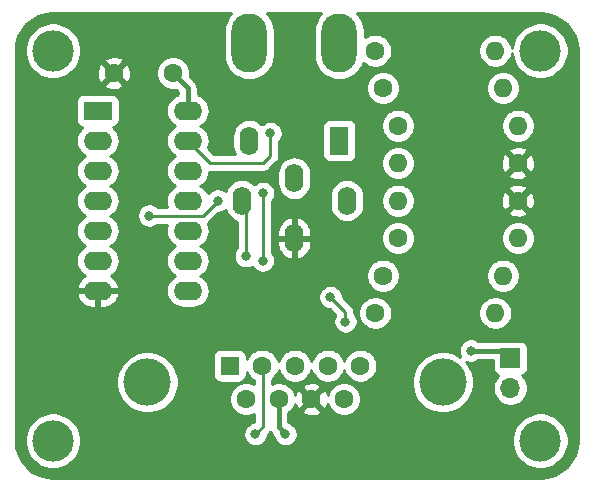
<source format=gbl>
%TF.GenerationSoftware,KiCad,Pcbnew,(5.1.8)-1*%
%TF.CreationDate,2021-01-22T22:39:58+01:00*%
%TF.ProjectId,D32 Joystick Adapter,44333220-4a6f-4797-9374-69636b204164,rev?*%
%TF.SameCoordinates,Original*%
%TF.FileFunction,Copper,L2,Bot*%
%TF.FilePolarity,Positive*%
%FSLAX46Y46*%
G04 Gerber Fmt 4.6, Leading zero omitted, Abs format (unit mm)*
G04 Created by KiCad (PCBNEW (5.1.8)-1) date 2021-01-22 22:39:58*
%MOMM*%
%LPD*%
G01*
G04 APERTURE LIST*
%TA.AperFunction,ComponentPad*%
%ADD10O,1.600000X2.400000*%
%TD*%
%TA.AperFunction,WasherPad*%
%ADD11O,3.000000X5.000000*%
%TD*%
%TA.AperFunction,ComponentPad*%
%ADD12R,1.600000X2.400000*%
%TD*%
%TA.AperFunction,ComponentPad*%
%ADD13C,3.500000*%
%TD*%
%TA.AperFunction,ComponentPad*%
%ADD14R,1.600000X1.600000*%
%TD*%
%TA.AperFunction,ComponentPad*%
%ADD15C,1.600000*%
%TD*%
%TA.AperFunction,ComponentPad*%
%ADD16C,4.000000*%
%TD*%
%TA.AperFunction,ComponentPad*%
%ADD17O,1.600000X1.600000*%
%TD*%
%TA.AperFunction,ComponentPad*%
%ADD18R,2.400000X1.600000*%
%TD*%
%TA.AperFunction,ComponentPad*%
%ADD19O,2.400000X1.600000*%
%TD*%
%TA.AperFunction,ComponentPad*%
%ADD20R,1.700000X1.700000*%
%TD*%
%TA.AperFunction,ComponentPad*%
%ADD21O,1.700000X1.700000*%
%TD*%
%TA.AperFunction,ViaPad*%
%ADD22C,0.800000*%
%TD*%
%TA.AperFunction,Conductor*%
%ADD23C,0.250000*%
%TD*%
%TA.AperFunction,Conductor*%
%ADD24C,0.381000*%
%TD*%
%TA.AperFunction,Conductor*%
%ADD25C,0.254000*%
%TD*%
%TA.AperFunction,Conductor*%
%ADD26C,0.100000*%
%TD*%
G04 APERTURE END LIST*
D10*
%TO.P,J1,6*%
%TO.N,FIRE2*%
X122682000Y-86360000D03*
%TO.P,J1,5*%
%TO.N,VCC*%
X118872000Y-83185000D03*
D11*
%TO.P,J1,*%
%TO.N,*%
X126492000Y-74930000D03*
X118872000Y-74930000D03*
D10*
%TO.P,J1,4*%
%TO.N,FIRE1*%
X118237000Y-88265000D03*
%TO.P,J1,3*%
%TO.N,GND*%
X122682000Y-91440000D03*
%TO.P,J1,2*%
%TO.N,POT_Y*%
X127127000Y-88265000D03*
D12*
%TO.P,J1,1*%
%TO.N,POT_X*%
X126492000Y-83185000D03*
%TD*%
D13*
%TO.P,M1,1*%
%TO.N,N/C*%
X102235000Y-108585000D03*
%TD*%
D14*
%TO.P,J2,1*%
%TO.N,UP*%
X117200000Y-102235000D03*
D15*
%TO.P,J2,2*%
%TO.N,DOWN*%
X119970000Y-102235000D03*
%TO.P,J2,3*%
%TO.N,LEFT*%
X122740000Y-102235000D03*
%TO.P,J2,4*%
%TO.N,RIGHT*%
X125510000Y-102235000D03*
%TO.P,J2,5*%
%TO.N,N/C*%
X128280000Y-102235000D03*
%TO.P,J2,6*%
%TO.N,FIRE1*%
X118585000Y-105075000D03*
%TO.P,J2,7*%
%TO.N,Net-(J2-Pad7)*%
X121355000Y-105075000D03*
%TO.P,J2,8*%
%TO.N,GND*%
X124125000Y-105075000D03*
%TO.P,J2,9*%
%TO.N,FIRE2*%
X126895000Y-105075000D03*
D16*
%TO.P,J2,0*%
%TO.N,N/C*%
X110240000Y-103655000D03*
X135240000Y-103655000D03*
%TD*%
D13*
%TO.P,M2,1*%
%TO.N,N/C*%
X143510000Y-108585000D03*
%TD*%
%TO.P,M3,1*%
%TO.N,N/C*%
X143510000Y-75565000D03*
%TD*%
%TO.P,M4,1*%
%TO.N,N/C*%
X102235000Y-75565000D03*
%TD*%
D17*
%TO.P,R1,2*%
%TO.N,VCC*%
X139700000Y-97790000D03*
D15*
%TO.P,R1,1*%
%TO.N,RIGHT*%
X129540000Y-97790000D03*
%TD*%
%TO.P,R2,1*%
%TO.N,Net-(R2-Pad1)*%
X129540000Y-75565000D03*
D17*
%TO.P,R2,2*%
%TO.N,VCC*%
X139700000Y-75565000D03*
%TD*%
D15*
%TO.P,R3,1*%
%TO.N,LEFT*%
X130175000Y-78740000D03*
D17*
%TO.P,R3,2*%
%TO.N,VCC*%
X140335000Y-78740000D03*
%TD*%
%TO.P,R4,2*%
%TO.N,Net-(R4-Pad2)*%
X131445000Y-85090000D03*
D15*
%TO.P,R4,1*%
%TO.N,GND*%
X141605000Y-85090000D03*
%TD*%
D17*
%TO.P,R5,2*%
%TO.N,VCC*%
X140335000Y-94615000D03*
D15*
%TO.P,R5,1*%
%TO.N,DOWN*%
X130175000Y-94615000D03*
%TD*%
%TO.P,R6,1*%
%TO.N,Net-(R6-Pad1)*%
X131445000Y-81915000D03*
D17*
%TO.P,R6,2*%
%TO.N,VCC*%
X141605000Y-81915000D03*
%TD*%
D15*
%TO.P,R7,1*%
%TO.N,UP*%
X131445000Y-91440000D03*
D17*
%TO.P,R7,2*%
%TO.N,VCC*%
X141605000Y-91440000D03*
%TD*%
%TO.P,R8,2*%
%TO.N,Net-(R8-Pad2)*%
X131445000Y-88265000D03*
D15*
%TO.P,R8,1*%
%TO.N,GND*%
X141605000Y-88265000D03*
%TD*%
D18*
%TO.P,U1,1*%
%TO.N,Net-(R2-Pad1)*%
X106045000Y-80645000D03*
D19*
%TO.P,U1,8*%
%TO.N,Net-(R8-Pad2)*%
X113665000Y-95885000D03*
%TO.P,U1,2*%
%TO.N,POT_X*%
X106045000Y-83185000D03*
%TO.P,U1,9*%
%TO.N,POT_Y*%
X113665000Y-93345000D03*
%TO.P,U1,3*%
%TO.N,POT_X*%
X106045000Y-85725000D03*
%TO.P,U1,10*%
%TO.N,POT_Y*%
X113665000Y-90805000D03*
%TO.P,U1,4*%
%TO.N,Net-(R4-Pad2)*%
X106045000Y-88265000D03*
%TO.P,U1,11*%
%TO.N,Net-(R6-Pad1)*%
X113665000Y-88265000D03*
%TO.P,U1,5*%
%TO.N,RIGHT*%
X106045000Y-90805000D03*
%TO.P,U1,12*%
%TO.N,UP*%
X113665000Y-85725000D03*
%TO.P,U1,6*%
%TO.N,DOWN*%
X106045000Y-93345000D03*
%TO.P,U1,13*%
%TO.N,LEFT*%
X113665000Y-83185000D03*
%TO.P,U1,7*%
%TO.N,GND*%
X106045000Y-95885000D03*
%TO.P,U1,14*%
%TO.N,VCC*%
X113665000Y-80645000D03*
%TD*%
D15*
%TO.P,C1,1*%
%TO.N,VCC*%
X112395000Y-77470000D03*
%TO.P,C1,2*%
%TO.N,GND*%
X107395000Y-77470000D03*
%TD*%
D20*
%TO.P,JP1,1*%
%TO.N,Net-(J2-Pad7)*%
X140970000Y-101600000D03*
D21*
%TO.P,JP1,2*%
%TO.N,VCC*%
X140970000Y-104140000D03*
%TD*%
D22*
%TO.N,DOWN*%
X119380000Y-108040000D03*
%TO.N,LEFT*%
X120650000Y-82550000D03*
%TO.N,FIRE1*%
X118585000Y-92960000D03*
%TO.N,FIRE2*%
X120015000Y-87630000D03*
X125730000Y-96430000D03*
X127000000Y-98515000D03*
X120015000Y-93345000D03*
%TO.N,Net-(R4-Pad2)*%
X110400000Y-89535000D03*
X116205000Y-88265000D03*
%TO.N,Net-(J2-Pad7)*%
X137639500Y-100965000D03*
X121920000Y-108040000D03*
%TD*%
D23*
%TO.N,DOWN*%
X119380000Y-108040000D02*
X120015000Y-107405000D01*
X120015000Y-102280000D02*
X119970000Y-102235000D01*
X120015000Y-107405000D02*
X120015000Y-102280000D01*
%TO.N,LEFT*%
X115570000Y-85090000D02*
X113665000Y-83185000D01*
X120015000Y-85090000D02*
X115570000Y-85090000D01*
X120650000Y-84455000D02*
X120015000Y-85090000D01*
X120650000Y-82550000D02*
X120650000Y-84455000D01*
%TO.N,FIRE1*%
X118585000Y-88613000D02*
X118237000Y-88265000D01*
X118585000Y-92960000D02*
X118585000Y-88613000D01*
D24*
%TO.N,VCC*%
X113665000Y-78740000D02*
X112395000Y-77470000D01*
X113665000Y-80645000D02*
X113665000Y-78740000D01*
D23*
%TO.N,FIRE2*%
X127000000Y-97700000D02*
X127000000Y-98515000D01*
X125730000Y-96430000D02*
X127000000Y-97700000D01*
X120015000Y-93345000D02*
X120015000Y-87630000D01*
%TO.N,Net-(R4-Pad2)*%
X110400000Y-89535000D02*
X114935000Y-89535000D01*
X114935000Y-89535000D02*
X116205000Y-88265000D01*
D24*
%TO.N,Net-(J2-Pad7)*%
X121355000Y-105075000D02*
X121355000Y-107475000D01*
X121355000Y-107475000D02*
X121920000Y-108040000D01*
X140335000Y-100965000D02*
X140970000Y-101600000D01*
X137639500Y-100965000D02*
X140335000Y-100965000D01*
%TD*%
D25*
%TO.N,GND*%
X117088223Y-72738119D02*
X116889974Y-73109019D01*
X116767892Y-73511468D01*
X116737000Y-73825119D01*
X116737000Y-76034882D01*
X116767892Y-76348533D01*
X116889975Y-76750982D01*
X117088224Y-77121881D01*
X117355024Y-77446977D01*
X117680120Y-77713777D01*
X118051019Y-77912026D01*
X118453468Y-78034108D01*
X118872000Y-78075330D01*
X119290533Y-78034108D01*
X119692982Y-77912026D01*
X120063881Y-77713777D01*
X120388977Y-77446977D01*
X120655777Y-77121881D01*
X120854026Y-76750982D01*
X120976108Y-76348533D01*
X121007000Y-76034882D01*
X121007000Y-73825118D01*
X120976108Y-73511467D01*
X120854026Y-73109018D01*
X120655777Y-72738119D01*
X120390599Y-72415000D01*
X124973401Y-72415000D01*
X124708223Y-72738119D01*
X124509974Y-73109019D01*
X124387892Y-73511468D01*
X124357000Y-73825119D01*
X124357000Y-76034882D01*
X124387892Y-76348533D01*
X124509975Y-76750982D01*
X124708224Y-77121881D01*
X124975024Y-77446977D01*
X125300120Y-77713777D01*
X125671019Y-77912026D01*
X126073468Y-78034108D01*
X126492000Y-78075330D01*
X126910533Y-78034108D01*
X127312982Y-77912026D01*
X127683881Y-77713777D01*
X128008977Y-77446977D01*
X128275777Y-77121881D01*
X128474026Y-76750982D01*
X128525826Y-76580222D01*
X128625241Y-76679637D01*
X128860273Y-76836680D01*
X129121426Y-76944853D01*
X129398665Y-77000000D01*
X129681335Y-77000000D01*
X129958574Y-76944853D01*
X130219727Y-76836680D01*
X130454759Y-76679637D01*
X130654637Y-76479759D01*
X130811680Y-76244727D01*
X130919853Y-75983574D01*
X130975000Y-75706335D01*
X130975000Y-75423665D01*
X138265000Y-75423665D01*
X138265000Y-75706335D01*
X138320147Y-75983574D01*
X138428320Y-76244727D01*
X138585363Y-76479759D01*
X138785241Y-76679637D01*
X139020273Y-76836680D01*
X139281426Y-76944853D01*
X139558665Y-77000000D01*
X139841335Y-77000000D01*
X140118574Y-76944853D01*
X140379727Y-76836680D01*
X140614759Y-76679637D01*
X140814637Y-76479759D01*
X140971680Y-76244727D01*
X141079853Y-75983574D01*
X141125000Y-75756608D01*
X141125000Y-75799902D01*
X141216654Y-76260679D01*
X141396440Y-76694721D01*
X141657450Y-77085349D01*
X141989651Y-77417550D01*
X142380279Y-77678560D01*
X142814321Y-77858346D01*
X143275098Y-77950000D01*
X143744902Y-77950000D01*
X144205679Y-77858346D01*
X144639721Y-77678560D01*
X145030349Y-77417550D01*
X145362550Y-77085349D01*
X145623560Y-76694721D01*
X145803346Y-76260679D01*
X145895000Y-75799902D01*
X145895000Y-75330098D01*
X145803346Y-74869321D01*
X145623560Y-74435279D01*
X145362550Y-74044651D01*
X145030349Y-73712450D01*
X144639721Y-73451440D01*
X144205679Y-73271654D01*
X143744902Y-73180000D01*
X143275098Y-73180000D01*
X142814321Y-73271654D01*
X142380279Y-73451440D01*
X141989651Y-73712450D01*
X141657450Y-74044651D01*
X141396440Y-74435279D01*
X141216654Y-74869321D01*
X141125000Y-75330098D01*
X141125000Y-75373392D01*
X141079853Y-75146426D01*
X140971680Y-74885273D01*
X140814637Y-74650241D01*
X140614759Y-74450363D01*
X140379727Y-74293320D01*
X140118574Y-74185147D01*
X139841335Y-74130000D01*
X139558665Y-74130000D01*
X139281426Y-74185147D01*
X139020273Y-74293320D01*
X138785241Y-74450363D01*
X138585363Y-74650241D01*
X138428320Y-74885273D01*
X138320147Y-75146426D01*
X138265000Y-75423665D01*
X130975000Y-75423665D01*
X130919853Y-75146426D01*
X130811680Y-74885273D01*
X130654637Y-74650241D01*
X130454759Y-74450363D01*
X130219727Y-74293320D01*
X129958574Y-74185147D01*
X129681335Y-74130000D01*
X129398665Y-74130000D01*
X129121426Y-74185147D01*
X128860273Y-74293320D01*
X128627000Y-74449188D01*
X128627000Y-73825118D01*
X128596108Y-73511467D01*
X128474026Y-73109018D01*
X128275777Y-72738119D01*
X128010599Y-72415000D01*
X143477721Y-72415000D01*
X144121222Y-72478096D01*
X144709164Y-72655606D01*
X145251436Y-72943937D01*
X145727364Y-73332094D01*
X146118845Y-73805314D01*
X146410951Y-74345552D01*
X146592563Y-74932244D01*
X146660000Y-75573879D01*
X146660001Y-108552711D01*
X146596904Y-109196221D01*
X146419394Y-109784164D01*
X146131063Y-110326436D01*
X145742906Y-110802364D01*
X145269686Y-111193845D01*
X144729449Y-111485950D01*
X144142756Y-111667563D01*
X143501130Y-111735000D01*
X102267279Y-111735000D01*
X101623779Y-111671904D01*
X101035836Y-111494394D01*
X100493564Y-111206063D01*
X100017636Y-110817906D01*
X99626155Y-110344686D01*
X99334050Y-109804449D01*
X99152437Y-109217756D01*
X99085000Y-108576130D01*
X99085000Y-108350098D01*
X99850000Y-108350098D01*
X99850000Y-108819902D01*
X99941654Y-109280679D01*
X100121440Y-109714721D01*
X100382450Y-110105349D01*
X100714651Y-110437550D01*
X101105279Y-110698560D01*
X101539321Y-110878346D01*
X102000098Y-110970000D01*
X102469902Y-110970000D01*
X102930679Y-110878346D01*
X103364721Y-110698560D01*
X103755349Y-110437550D01*
X104087550Y-110105349D01*
X104348560Y-109714721D01*
X104528346Y-109280679D01*
X104620000Y-108819902D01*
X104620000Y-108350098D01*
X104528346Y-107889321D01*
X104348560Y-107455279D01*
X104087550Y-107064651D01*
X103755349Y-106732450D01*
X103364721Y-106471440D01*
X102930679Y-106291654D01*
X102469902Y-106200000D01*
X102000098Y-106200000D01*
X101539321Y-106291654D01*
X101105279Y-106471440D01*
X100714651Y-106732450D01*
X100382450Y-107064651D01*
X100121440Y-107455279D01*
X99941654Y-107889321D01*
X99850000Y-108350098D01*
X99085000Y-108350098D01*
X99085000Y-103395475D01*
X107605000Y-103395475D01*
X107605000Y-103914525D01*
X107706261Y-104423601D01*
X107904893Y-104903141D01*
X108193262Y-105334715D01*
X108560285Y-105701738D01*
X108991859Y-105990107D01*
X109471399Y-106188739D01*
X109980475Y-106290000D01*
X110499525Y-106290000D01*
X111008601Y-106188739D01*
X111488141Y-105990107D01*
X111919715Y-105701738D01*
X112286738Y-105334715D01*
X112575107Y-104903141D01*
X112773739Y-104423601D01*
X112875000Y-103914525D01*
X112875000Y-103395475D01*
X112773739Y-102886399D01*
X112575107Y-102406859D01*
X112286738Y-101975285D01*
X111919715Y-101608262D01*
X111660411Y-101435000D01*
X115761928Y-101435000D01*
X115761928Y-103035000D01*
X115774188Y-103159482D01*
X115810498Y-103279180D01*
X115869463Y-103389494D01*
X115948815Y-103486185D01*
X116045506Y-103565537D01*
X116155820Y-103624502D01*
X116275518Y-103660812D01*
X116400000Y-103673072D01*
X118000000Y-103673072D01*
X118124482Y-103660812D01*
X118244180Y-103624502D01*
X118354494Y-103565537D01*
X118451185Y-103486185D01*
X118530537Y-103389494D01*
X118589502Y-103279180D01*
X118625812Y-103159482D01*
X118638072Y-103035000D01*
X118638072Y-102769275D01*
X118698320Y-102914727D01*
X118855363Y-103149759D01*
X119055241Y-103349637D01*
X119255001Y-103483112D01*
X119255001Y-103799291D01*
X119003574Y-103695147D01*
X118726335Y-103640000D01*
X118443665Y-103640000D01*
X118166426Y-103695147D01*
X117905273Y-103803320D01*
X117670241Y-103960363D01*
X117470363Y-104160241D01*
X117313320Y-104395273D01*
X117205147Y-104656426D01*
X117150000Y-104933665D01*
X117150000Y-105216335D01*
X117205147Y-105493574D01*
X117313320Y-105754727D01*
X117470363Y-105989759D01*
X117670241Y-106189637D01*
X117905273Y-106346680D01*
X118166426Y-106454853D01*
X118443665Y-106510000D01*
X118726335Y-106510000D01*
X119003574Y-106454853D01*
X119255000Y-106350709D01*
X119255000Y-107009587D01*
X119078102Y-107044774D01*
X118889744Y-107122795D01*
X118720226Y-107236063D01*
X118576063Y-107380226D01*
X118462795Y-107549744D01*
X118384774Y-107738102D01*
X118345000Y-107938061D01*
X118345000Y-108141939D01*
X118384774Y-108341898D01*
X118462795Y-108530256D01*
X118576063Y-108699774D01*
X118720226Y-108843937D01*
X118889744Y-108957205D01*
X119078102Y-109035226D01*
X119278061Y-109075000D01*
X119481939Y-109075000D01*
X119681898Y-109035226D01*
X119870256Y-108957205D01*
X120039774Y-108843937D01*
X120183937Y-108699774D01*
X120297205Y-108530256D01*
X120375226Y-108341898D01*
X120415000Y-108141939D01*
X120415000Y-108079802D01*
X120526004Y-107968798D01*
X120555001Y-107945001D01*
X120624761Y-107859998D01*
X120665301Y-107935842D01*
X120680627Y-107954516D01*
X120768460Y-108061541D01*
X120799960Y-108087393D01*
X120892572Y-108180004D01*
X120924774Y-108341898D01*
X121002795Y-108530256D01*
X121116063Y-108699774D01*
X121260226Y-108843937D01*
X121429744Y-108957205D01*
X121618102Y-109035226D01*
X121818061Y-109075000D01*
X122021939Y-109075000D01*
X122221898Y-109035226D01*
X122410256Y-108957205D01*
X122579774Y-108843937D01*
X122723937Y-108699774D01*
X122837205Y-108530256D01*
X122911829Y-108350098D01*
X141125000Y-108350098D01*
X141125000Y-108819902D01*
X141216654Y-109280679D01*
X141396440Y-109714721D01*
X141657450Y-110105349D01*
X141989651Y-110437550D01*
X142380279Y-110698560D01*
X142814321Y-110878346D01*
X143275098Y-110970000D01*
X143744902Y-110970000D01*
X144205679Y-110878346D01*
X144639721Y-110698560D01*
X145030349Y-110437550D01*
X145362550Y-110105349D01*
X145623560Y-109714721D01*
X145803346Y-109280679D01*
X145895000Y-108819902D01*
X145895000Y-108350098D01*
X145803346Y-107889321D01*
X145623560Y-107455279D01*
X145362550Y-107064651D01*
X145030349Y-106732450D01*
X144639721Y-106471440D01*
X144205679Y-106291654D01*
X143744902Y-106200000D01*
X143275098Y-106200000D01*
X142814321Y-106291654D01*
X142380279Y-106471440D01*
X141989651Y-106732450D01*
X141657450Y-107064651D01*
X141396440Y-107455279D01*
X141216654Y-107889321D01*
X141125000Y-108350098D01*
X122911829Y-108350098D01*
X122915226Y-108341898D01*
X122955000Y-108141939D01*
X122955000Y-107938061D01*
X122915226Y-107738102D01*
X122837205Y-107549744D01*
X122723937Y-107380226D01*
X122579774Y-107236063D01*
X122410256Y-107122795D01*
X122221898Y-107044774D01*
X122180500Y-107036539D01*
X122180500Y-106249278D01*
X122269759Y-106189637D01*
X122391694Y-106067702D01*
X123311903Y-106067702D01*
X123383486Y-106311671D01*
X123638996Y-106432571D01*
X123913184Y-106501300D01*
X124195512Y-106515217D01*
X124475130Y-106473787D01*
X124741292Y-106378603D01*
X124866514Y-106311671D01*
X124938097Y-106067702D01*
X124125000Y-105254605D01*
X123311903Y-106067702D01*
X122391694Y-106067702D01*
X122469637Y-105989759D01*
X122626680Y-105754727D01*
X122734853Y-105493574D01*
X122740513Y-105465118D01*
X122821397Y-105691292D01*
X122888329Y-105816514D01*
X123132298Y-105888097D01*
X123945395Y-105075000D01*
X124304605Y-105075000D01*
X125117702Y-105888097D01*
X125361671Y-105816514D01*
X125482571Y-105561004D01*
X125508212Y-105458711D01*
X125515147Y-105493574D01*
X125623320Y-105754727D01*
X125780363Y-105989759D01*
X125980241Y-106189637D01*
X126215273Y-106346680D01*
X126476426Y-106454853D01*
X126753665Y-106510000D01*
X127036335Y-106510000D01*
X127313574Y-106454853D01*
X127574727Y-106346680D01*
X127809759Y-106189637D01*
X128009637Y-105989759D01*
X128166680Y-105754727D01*
X128274853Y-105493574D01*
X128330000Y-105216335D01*
X128330000Y-104933665D01*
X128274853Y-104656426D01*
X128166680Y-104395273D01*
X128009637Y-104160241D01*
X127809759Y-103960363D01*
X127574727Y-103803320D01*
X127313574Y-103695147D01*
X127036335Y-103640000D01*
X126753665Y-103640000D01*
X126476426Y-103695147D01*
X126215273Y-103803320D01*
X125980241Y-103960363D01*
X125780363Y-104160241D01*
X125623320Y-104395273D01*
X125515147Y-104656426D01*
X125509487Y-104684882D01*
X125428603Y-104458708D01*
X125361671Y-104333486D01*
X125117702Y-104261903D01*
X124304605Y-105075000D01*
X123945395Y-105075000D01*
X123132298Y-104261903D01*
X122888329Y-104333486D01*
X122767429Y-104588996D01*
X122741788Y-104691289D01*
X122734853Y-104656426D01*
X122626680Y-104395273D01*
X122469637Y-104160241D01*
X122391694Y-104082298D01*
X123311903Y-104082298D01*
X124125000Y-104895395D01*
X124938097Y-104082298D01*
X124866514Y-103838329D01*
X124611004Y-103717429D01*
X124336816Y-103648700D01*
X124054488Y-103634783D01*
X123774870Y-103676213D01*
X123508708Y-103771397D01*
X123383486Y-103838329D01*
X123311903Y-104082298D01*
X122391694Y-104082298D01*
X122269759Y-103960363D01*
X122034727Y-103803320D01*
X121773574Y-103695147D01*
X121496335Y-103640000D01*
X121213665Y-103640000D01*
X120936426Y-103695147D01*
X120775000Y-103762012D01*
X120775000Y-103422975D01*
X120884759Y-103349637D01*
X121084637Y-103149759D01*
X121241680Y-102914727D01*
X121349853Y-102653574D01*
X121355000Y-102627699D01*
X121360147Y-102653574D01*
X121468320Y-102914727D01*
X121625363Y-103149759D01*
X121825241Y-103349637D01*
X122060273Y-103506680D01*
X122321426Y-103614853D01*
X122598665Y-103670000D01*
X122881335Y-103670000D01*
X123158574Y-103614853D01*
X123419727Y-103506680D01*
X123654759Y-103349637D01*
X123854637Y-103149759D01*
X124011680Y-102914727D01*
X124119853Y-102653574D01*
X124125000Y-102627699D01*
X124130147Y-102653574D01*
X124238320Y-102914727D01*
X124395363Y-103149759D01*
X124595241Y-103349637D01*
X124830273Y-103506680D01*
X125091426Y-103614853D01*
X125368665Y-103670000D01*
X125651335Y-103670000D01*
X125928574Y-103614853D01*
X126189727Y-103506680D01*
X126424759Y-103349637D01*
X126624637Y-103149759D01*
X126781680Y-102914727D01*
X126889853Y-102653574D01*
X126895000Y-102627699D01*
X126900147Y-102653574D01*
X127008320Y-102914727D01*
X127165363Y-103149759D01*
X127365241Y-103349637D01*
X127600273Y-103506680D01*
X127861426Y-103614853D01*
X128138665Y-103670000D01*
X128421335Y-103670000D01*
X128698574Y-103614853D01*
X128959727Y-103506680D01*
X129126157Y-103395475D01*
X132605000Y-103395475D01*
X132605000Y-103914525D01*
X132706261Y-104423601D01*
X132904893Y-104903141D01*
X133193262Y-105334715D01*
X133560285Y-105701738D01*
X133991859Y-105990107D01*
X134471399Y-106188739D01*
X134980475Y-106290000D01*
X135499525Y-106290000D01*
X136008601Y-106188739D01*
X136488141Y-105990107D01*
X136919715Y-105701738D01*
X137286738Y-105334715D01*
X137575107Y-104903141D01*
X137773739Y-104423601D01*
X137875000Y-103914525D01*
X137875000Y-103395475D01*
X137773739Y-102886399D01*
X137575107Y-102406859D01*
X137286738Y-101975285D01*
X137225064Y-101913611D01*
X137337602Y-101960226D01*
X137537561Y-102000000D01*
X137741439Y-102000000D01*
X137941398Y-101960226D01*
X138129756Y-101882205D01*
X138267003Y-101790500D01*
X139481928Y-101790500D01*
X139481928Y-102450000D01*
X139494188Y-102574482D01*
X139530498Y-102694180D01*
X139589463Y-102804494D01*
X139668815Y-102901185D01*
X139765506Y-102980537D01*
X139875820Y-103039502D01*
X139948380Y-103061513D01*
X139816525Y-103193368D01*
X139654010Y-103436589D01*
X139542068Y-103706842D01*
X139485000Y-103993740D01*
X139485000Y-104286260D01*
X139542068Y-104573158D01*
X139654010Y-104843411D01*
X139816525Y-105086632D01*
X140023368Y-105293475D01*
X140266589Y-105455990D01*
X140536842Y-105567932D01*
X140823740Y-105625000D01*
X141116260Y-105625000D01*
X141403158Y-105567932D01*
X141673411Y-105455990D01*
X141916632Y-105293475D01*
X142123475Y-105086632D01*
X142285990Y-104843411D01*
X142397932Y-104573158D01*
X142455000Y-104286260D01*
X142455000Y-103993740D01*
X142397932Y-103706842D01*
X142285990Y-103436589D01*
X142123475Y-103193368D01*
X141991620Y-103061513D01*
X142064180Y-103039502D01*
X142174494Y-102980537D01*
X142271185Y-102901185D01*
X142350537Y-102804494D01*
X142409502Y-102694180D01*
X142445812Y-102574482D01*
X142458072Y-102450000D01*
X142458072Y-100750000D01*
X142445812Y-100625518D01*
X142409502Y-100505820D01*
X142350537Y-100395506D01*
X142271185Y-100298815D01*
X142174494Y-100219463D01*
X142064180Y-100160498D01*
X141944482Y-100124188D01*
X141820000Y-100111928D01*
X140120000Y-100111928D01*
X139995518Y-100124188D01*
X139945041Y-100139500D01*
X138267003Y-100139500D01*
X138129756Y-100047795D01*
X137941398Y-99969774D01*
X137741439Y-99930000D01*
X137537561Y-99930000D01*
X137337602Y-99969774D01*
X137149244Y-100047795D01*
X136979726Y-100161063D01*
X136835563Y-100305226D01*
X136722295Y-100474744D01*
X136644274Y-100663102D01*
X136604500Y-100863061D01*
X136604500Y-101066939D01*
X136644274Y-101266898D01*
X136722295Y-101455256D01*
X136747758Y-101493364D01*
X136488141Y-101319893D01*
X136008601Y-101121261D01*
X135499525Y-101020000D01*
X134980475Y-101020000D01*
X134471399Y-101121261D01*
X133991859Y-101319893D01*
X133560285Y-101608262D01*
X133193262Y-101975285D01*
X132904893Y-102406859D01*
X132706261Y-102886399D01*
X132605000Y-103395475D01*
X129126157Y-103395475D01*
X129194759Y-103349637D01*
X129394637Y-103149759D01*
X129551680Y-102914727D01*
X129659853Y-102653574D01*
X129715000Y-102376335D01*
X129715000Y-102093665D01*
X129659853Y-101816426D01*
X129551680Y-101555273D01*
X129394637Y-101320241D01*
X129194759Y-101120363D01*
X128959727Y-100963320D01*
X128698574Y-100855147D01*
X128421335Y-100800000D01*
X128138665Y-100800000D01*
X127861426Y-100855147D01*
X127600273Y-100963320D01*
X127365241Y-101120363D01*
X127165363Y-101320241D01*
X127008320Y-101555273D01*
X126900147Y-101816426D01*
X126895000Y-101842301D01*
X126889853Y-101816426D01*
X126781680Y-101555273D01*
X126624637Y-101320241D01*
X126424759Y-101120363D01*
X126189727Y-100963320D01*
X125928574Y-100855147D01*
X125651335Y-100800000D01*
X125368665Y-100800000D01*
X125091426Y-100855147D01*
X124830273Y-100963320D01*
X124595241Y-101120363D01*
X124395363Y-101320241D01*
X124238320Y-101555273D01*
X124130147Y-101816426D01*
X124125000Y-101842301D01*
X124119853Y-101816426D01*
X124011680Y-101555273D01*
X123854637Y-101320241D01*
X123654759Y-101120363D01*
X123419727Y-100963320D01*
X123158574Y-100855147D01*
X122881335Y-100800000D01*
X122598665Y-100800000D01*
X122321426Y-100855147D01*
X122060273Y-100963320D01*
X121825241Y-101120363D01*
X121625363Y-101320241D01*
X121468320Y-101555273D01*
X121360147Y-101816426D01*
X121355000Y-101842301D01*
X121349853Y-101816426D01*
X121241680Y-101555273D01*
X121084637Y-101320241D01*
X120884759Y-101120363D01*
X120649727Y-100963320D01*
X120388574Y-100855147D01*
X120111335Y-100800000D01*
X119828665Y-100800000D01*
X119551426Y-100855147D01*
X119290273Y-100963320D01*
X119055241Y-101120363D01*
X118855363Y-101320241D01*
X118698320Y-101555273D01*
X118638072Y-101700725D01*
X118638072Y-101435000D01*
X118625812Y-101310518D01*
X118589502Y-101190820D01*
X118530537Y-101080506D01*
X118451185Y-100983815D01*
X118354494Y-100904463D01*
X118244180Y-100845498D01*
X118124482Y-100809188D01*
X118000000Y-100796928D01*
X116400000Y-100796928D01*
X116275518Y-100809188D01*
X116155820Y-100845498D01*
X116045506Y-100904463D01*
X115948815Y-100983815D01*
X115869463Y-101080506D01*
X115810498Y-101190820D01*
X115774188Y-101310518D01*
X115761928Y-101435000D01*
X111660411Y-101435000D01*
X111488141Y-101319893D01*
X111008601Y-101121261D01*
X110499525Y-101020000D01*
X109980475Y-101020000D01*
X109471399Y-101121261D01*
X108991859Y-101319893D01*
X108560285Y-101608262D01*
X108193262Y-101975285D01*
X107904893Y-102406859D01*
X107706261Y-102886399D01*
X107605000Y-103395475D01*
X99085000Y-103395475D01*
X99085000Y-96234039D01*
X104253096Y-96234039D01*
X104270633Y-96316818D01*
X104381285Y-96576646D01*
X104540500Y-96809895D01*
X104742161Y-97007601D01*
X104978517Y-97162166D01*
X105240486Y-97267650D01*
X105518000Y-97320000D01*
X105918000Y-97320000D01*
X105918000Y-96012000D01*
X106172000Y-96012000D01*
X106172000Y-97320000D01*
X106572000Y-97320000D01*
X106849514Y-97267650D01*
X107111483Y-97162166D01*
X107347839Y-97007601D01*
X107549500Y-96809895D01*
X107708715Y-96576646D01*
X107819367Y-96316818D01*
X107836904Y-96234039D01*
X107714915Y-96012000D01*
X106172000Y-96012000D01*
X105918000Y-96012000D01*
X104375085Y-96012000D01*
X104253096Y-96234039D01*
X99085000Y-96234039D01*
X99085000Y-83185000D01*
X104203057Y-83185000D01*
X104230764Y-83466309D01*
X104312818Y-83736808D01*
X104446068Y-83986101D01*
X104625392Y-84204608D01*
X104843899Y-84383932D01*
X104976858Y-84455000D01*
X104843899Y-84526068D01*
X104625392Y-84705392D01*
X104446068Y-84923899D01*
X104312818Y-85173192D01*
X104230764Y-85443691D01*
X104203057Y-85725000D01*
X104230764Y-86006309D01*
X104312818Y-86276808D01*
X104446068Y-86526101D01*
X104625392Y-86744608D01*
X104843899Y-86923932D01*
X104976858Y-86995000D01*
X104843899Y-87066068D01*
X104625392Y-87245392D01*
X104446068Y-87463899D01*
X104312818Y-87713192D01*
X104230764Y-87983691D01*
X104203057Y-88265000D01*
X104230764Y-88546309D01*
X104312818Y-88816808D01*
X104446068Y-89066101D01*
X104625392Y-89284608D01*
X104843899Y-89463932D01*
X104976858Y-89535000D01*
X104843899Y-89606068D01*
X104625392Y-89785392D01*
X104446068Y-90003899D01*
X104312818Y-90253192D01*
X104230764Y-90523691D01*
X104203057Y-90805000D01*
X104230764Y-91086309D01*
X104312818Y-91356808D01*
X104446068Y-91606101D01*
X104625392Y-91824608D01*
X104843899Y-92003932D01*
X104976858Y-92075000D01*
X104843899Y-92146068D01*
X104625392Y-92325392D01*
X104446068Y-92543899D01*
X104312818Y-92793192D01*
X104230764Y-93063691D01*
X104203057Y-93345000D01*
X104230764Y-93626309D01*
X104312818Y-93896808D01*
X104446068Y-94146101D01*
X104625392Y-94364608D01*
X104843899Y-94543932D01*
X104971741Y-94612265D01*
X104742161Y-94762399D01*
X104540500Y-94960105D01*
X104381285Y-95193354D01*
X104270633Y-95453182D01*
X104253096Y-95535961D01*
X104375085Y-95758000D01*
X105918000Y-95758000D01*
X105918000Y-95738000D01*
X106172000Y-95738000D01*
X106172000Y-95758000D01*
X107714915Y-95758000D01*
X107836904Y-95535961D01*
X107819367Y-95453182D01*
X107708715Y-95193354D01*
X107549500Y-94960105D01*
X107347839Y-94762399D01*
X107118259Y-94612265D01*
X107246101Y-94543932D01*
X107464608Y-94364608D01*
X107643932Y-94146101D01*
X107777182Y-93896808D01*
X107859236Y-93626309D01*
X107886943Y-93345000D01*
X107859236Y-93063691D01*
X107777182Y-92793192D01*
X107643932Y-92543899D01*
X107464608Y-92325392D01*
X107246101Y-92146068D01*
X107113142Y-92075000D01*
X107246101Y-92003932D01*
X107464608Y-91824608D01*
X107643932Y-91606101D01*
X107777182Y-91356808D01*
X107859236Y-91086309D01*
X107886943Y-90805000D01*
X107859236Y-90523691D01*
X107777182Y-90253192D01*
X107643932Y-90003899D01*
X107464608Y-89785392D01*
X107246101Y-89606068D01*
X107113142Y-89535000D01*
X107246101Y-89463932D01*
X107283717Y-89433061D01*
X109365000Y-89433061D01*
X109365000Y-89636939D01*
X109404774Y-89836898D01*
X109482795Y-90025256D01*
X109596063Y-90194774D01*
X109740226Y-90338937D01*
X109909744Y-90452205D01*
X110098102Y-90530226D01*
X110298061Y-90570000D01*
X110501939Y-90570000D01*
X110701898Y-90530226D01*
X110890256Y-90452205D01*
X111059774Y-90338937D01*
X111103711Y-90295000D01*
X111920136Y-90295000D01*
X111850764Y-90523691D01*
X111823057Y-90805000D01*
X111850764Y-91086309D01*
X111932818Y-91356808D01*
X112066068Y-91606101D01*
X112245392Y-91824608D01*
X112463899Y-92003932D01*
X112596858Y-92075000D01*
X112463899Y-92146068D01*
X112245392Y-92325392D01*
X112066068Y-92543899D01*
X111932818Y-92793192D01*
X111850764Y-93063691D01*
X111823057Y-93345000D01*
X111850764Y-93626309D01*
X111932818Y-93896808D01*
X112066068Y-94146101D01*
X112245392Y-94364608D01*
X112463899Y-94543932D01*
X112596858Y-94615000D01*
X112463899Y-94686068D01*
X112245392Y-94865392D01*
X112066068Y-95083899D01*
X111932818Y-95333192D01*
X111850764Y-95603691D01*
X111823057Y-95885000D01*
X111850764Y-96166309D01*
X111932818Y-96436808D01*
X112066068Y-96686101D01*
X112245392Y-96904608D01*
X112463899Y-97083932D01*
X112713192Y-97217182D01*
X112983691Y-97299236D01*
X113194508Y-97320000D01*
X114135492Y-97320000D01*
X114346309Y-97299236D01*
X114616808Y-97217182D01*
X114866101Y-97083932D01*
X115084608Y-96904608D01*
X115263932Y-96686101D01*
X115397182Y-96436808D01*
X115430169Y-96328061D01*
X124695000Y-96328061D01*
X124695000Y-96531939D01*
X124734774Y-96731898D01*
X124812795Y-96920256D01*
X124926063Y-97089774D01*
X125070226Y-97233937D01*
X125239744Y-97347205D01*
X125428102Y-97425226D01*
X125628061Y-97465000D01*
X125690199Y-97465000D01*
X126149745Y-97924546D01*
X126082795Y-98024744D01*
X126004774Y-98213102D01*
X125965000Y-98413061D01*
X125965000Y-98616939D01*
X126004774Y-98816898D01*
X126082795Y-99005256D01*
X126196063Y-99174774D01*
X126340226Y-99318937D01*
X126509744Y-99432205D01*
X126698102Y-99510226D01*
X126898061Y-99550000D01*
X127101939Y-99550000D01*
X127301898Y-99510226D01*
X127490256Y-99432205D01*
X127659774Y-99318937D01*
X127803937Y-99174774D01*
X127917205Y-99005256D01*
X127995226Y-98816898D01*
X128035000Y-98616939D01*
X128035000Y-98413061D01*
X127995226Y-98213102D01*
X127917205Y-98024744D01*
X127803937Y-97855226D01*
X127760000Y-97811289D01*
X127760000Y-97737322D01*
X127763676Y-97699999D01*
X127760000Y-97662676D01*
X127760000Y-97662667D01*
X127758621Y-97648665D01*
X128105000Y-97648665D01*
X128105000Y-97931335D01*
X128160147Y-98208574D01*
X128268320Y-98469727D01*
X128425363Y-98704759D01*
X128625241Y-98904637D01*
X128860273Y-99061680D01*
X129121426Y-99169853D01*
X129398665Y-99225000D01*
X129681335Y-99225000D01*
X129958574Y-99169853D01*
X130219727Y-99061680D01*
X130454759Y-98904637D01*
X130654637Y-98704759D01*
X130811680Y-98469727D01*
X130919853Y-98208574D01*
X130975000Y-97931335D01*
X130975000Y-97648665D01*
X138265000Y-97648665D01*
X138265000Y-97931335D01*
X138320147Y-98208574D01*
X138428320Y-98469727D01*
X138585363Y-98704759D01*
X138785241Y-98904637D01*
X139020273Y-99061680D01*
X139281426Y-99169853D01*
X139558665Y-99225000D01*
X139841335Y-99225000D01*
X140118574Y-99169853D01*
X140379727Y-99061680D01*
X140614759Y-98904637D01*
X140814637Y-98704759D01*
X140971680Y-98469727D01*
X141079853Y-98208574D01*
X141135000Y-97931335D01*
X141135000Y-97648665D01*
X141079853Y-97371426D01*
X140971680Y-97110273D01*
X140814637Y-96875241D01*
X140614759Y-96675363D01*
X140379727Y-96518320D01*
X140118574Y-96410147D01*
X139841335Y-96355000D01*
X139558665Y-96355000D01*
X139281426Y-96410147D01*
X139020273Y-96518320D01*
X138785241Y-96675363D01*
X138585363Y-96875241D01*
X138428320Y-97110273D01*
X138320147Y-97371426D01*
X138265000Y-97648665D01*
X130975000Y-97648665D01*
X130919853Y-97371426D01*
X130811680Y-97110273D01*
X130654637Y-96875241D01*
X130454759Y-96675363D01*
X130219727Y-96518320D01*
X129958574Y-96410147D01*
X129681335Y-96355000D01*
X129398665Y-96355000D01*
X129121426Y-96410147D01*
X128860273Y-96518320D01*
X128625241Y-96675363D01*
X128425363Y-96875241D01*
X128268320Y-97110273D01*
X128160147Y-97371426D01*
X128105000Y-97648665D01*
X127758621Y-97648665D01*
X127749003Y-97551014D01*
X127705546Y-97407753D01*
X127634974Y-97275724D01*
X127540001Y-97159999D01*
X127511004Y-97136202D01*
X126765000Y-96390199D01*
X126765000Y-96328061D01*
X126725226Y-96128102D01*
X126647205Y-95939744D01*
X126533937Y-95770226D01*
X126389774Y-95626063D01*
X126220256Y-95512795D01*
X126031898Y-95434774D01*
X125831939Y-95395000D01*
X125628061Y-95395000D01*
X125428102Y-95434774D01*
X125239744Y-95512795D01*
X125070226Y-95626063D01*
X124926063Y-95770226D01*
X124812795Y-95939744D01*
X124734774Y-96128102D01*
X124695000Y-96328061D01*
X115430169Y-96328061D01*
X115479236Y-96166309D01*
X115506943Y-95885000D01*
X115479236Y-95603691D01*
X115397182Y-95333192D01*
X115263932Y-95083899D01*
X115084608Y-94865392D01*
X114866101Y-94686068D01*
X114733142Y-94615000D01*
X114866101Y-94543932D01*
X114951721Y-94473665D01*
X128740000Y-94473665D01*
X128740000Y-94756335D01*
X128795147Y-95033574D01*
X128903320Y-95294727D01*
X129060363Y-95529759D01*
X129260241Y-95729637D01*
X129495273Y-95886680D01*
X129756426Y-95994853D01*
X130033665Y-96050000D01*
X130316335Y-96050000D01*
X130593574Y-95994853D01*
X130854727Y-95886680D01*
X131089759Y-95729637D01*
X131289637Y-95529759D01*
X131446680Y-95294727D01*
X131554853Y-95033574D01*
X131610000Y-94756335D01*
X131610000Y-94473665D01*
X138900000Y-94473665D01*
X138900000Y-94756335D01*
X138955147Y-95033574D01*
X139063320Y-95294727D01*
X139220363Y-95529759D01*
X139420241Y-95729637D01*
X139655273Y-95886680D01*
X139916426Y-95994853D01*
X140193665Y-96050000D01*
X140476335Y-96050000D01*
X140753574Y-95994853D01*
X141014727Y-95886680D01*
X141249759Y-95729637D01*
X141449637Y-95529759D01*
X141606680Y-95294727D01*
X141714853Y-95033574D01*
X141770000Y-94756335D01*
X141770000Y-94473665D01*
X141714853Y-94196426D01*
X141606680Y-93935273D01*
X141449637Y-93700241D01*
X141249759Y-93500363D01*
X141014727Y-93343320D01*
X140753574Y-93235147D01*
X140476335Y-93180000D01*
X140193665Y-93180000D01*
X139916426Y-93235147D01*
X139655273Y-93343320D01*
X139420241Y-93500363D01*
X139220363Y-93700241D01*
X139063320Y-93935273D01*
X138955147Y-94196426D01*
X138900000Y-94473665D01*
X131610000Y-94473665D01*
X131554853Y-94196426D01*
X131446680Y-93935273D01*
X131289637Y-93700241D01*
X131089759Y-93500363D01*
X130854727Y-93343320D01*
X130593574Y-93235147D01*
X130316335Y-93180000D01*
X130033665Y-93180000D01*
X129756426Y-93235147D01*
X129495273Y-93343320D01*
X129260241Y-93500363D01*
X129060363Y-93700241D01*
X128903320Y-93935273D01*
X128795147Y-94196426D01*
X128740000Y-94473665D01*
X114951721Y-94473665D01*
X115084608Y-94364608D01*
X115263932Y-94146101D01*
X115397182Y-93896808D01*
X115479236Y-93626309D01*
X115506943Y-93345000D01*
X115479236Y-93063691D01*
X115397182Y-92793192D01*
X115263932Y-92543899D01*
X115084608Y-92325392D01*
X114866101Y-92146068D01*
X114733142Y-92075000D01*
X114866101Y-92003932D01*
X115084608Y-91824608D01*
X115263932Y-91606101D01*
X115397182Y-91356808D01*
X115479236Y-91086309D01*
X115506943Y-90805000D01*
X115479236Y-90523691D01*
X115397182Y-90253192D01*
X115354162Y-90172707D01*
X115359276Y-90169974D01*
X115475001Y-90075001D01*
X115498804Y-90045997D01*
X116244802Y-89300000D01*
X116306939Y-89300000D01*
X116506898Y-89260226D01*
X116695256Y-89182205D01*
X116860773Y-89071610D01*
X116904818Y-89216808D01*
X117038068Y-89466101D01*
X117217393Y-89684608D01*
X117435900Y-89863932D01*
X117685193Y-89997182D01*
X117825001Y-90039592D01*
X117825000Y-92256289D01*
X117781063Y-92300226D01*
X117667795Y-92469744D01*
X117589774Y-92658102D01*
X117550000Y-92858061D01*
X117550000Y-93061939D01*
X117589774Y-93261898D01*
X117667795Y-93450256D01*
X117781063Y-93619774D01*
X117925226Y-93763937D01*
X118094744Y-93877205D01*
X118283102Y-93955226D01*
X118483061Y-93995000D01*
X118686939Y-93995000D01*
X118886898Y-93955226D01*
X119075256Y-93877205D01*
X119110216Y-93853845D01*
X119211063Y-94004774D01*
X119355226Y-94148937D01*
X119524744Y-94262205D01*
X119713102Y-94340226D01*
X119913061Y-94380000D01*
X120116939Y-94380000D01*
X120316898Y-94340226D01*
X120505256Y-94262205D01*
X120674774Y-94148937D01*
X120818937Y-94004774D01*
X120932205Y-93835256D01*
X121010226Y-93646898D01*
X121050000Y-93446939D01*
X121050000Y-93243061D01*
X121010226Y-93043102D01*
X120932205Y-92854744D01*
X120818937Y-92685226D01*
X120775000Y-92641289D01*
X120775000Y-91567000D01*
X121247000Y-91567000D01*
X121247000Y-91967000D01*
X121299350Y-92244514D01*
X121404834Y-92506483D01*
X121559399Y-92742839D01*
X121757105Y-92944500D01*
X121990354Y-93103715D01*
X122250182Y-93214367D01*
X122332961Y-93231904D01*
X122555000Y-93109915D01*
X122555000Y-91567000D01*
X122809000Y-91567000D01*
X122809000Y-93109915D01*
X123031039Y-93231904D01*
X123113818Y-93214367D01*
X123373646Y-93103715D01*
X123606895Y-92944500D01*
X123804601Y-92742839D01*
X123959166Y-92506483D01*
X124064650Y-92244514D01*
X124117000Y-91967000D01*
X124117000Y-91567000D01*
X122809000Y-91567000D01*
X122555000Y-91567000D01*
X121247000Y-91567000D01*
X120775000Y-91567000D01*
X120775000Y-90913000D01*
X121247000Y-90913000D01*
X121247000Y-91313000D01*
X122555000Y-91313000D01*
X122555000Y-89770085D01*
X122809000Y-89770085D01*
X122809000Y-91313000D01*
X124117000Y-91313000D01*
X124117000Y-91298665D01*
X130010000Y-91298665D01*
X130010000Y-91581335D01*
X130065147Y-91858574D01*
X130173320Y-92119727D01*
X130330363Y-92354759D01*
X130530241Y-92554637D01*
X130765273Y-92711680D01*
X131026426Y-92819853D01*
X131303665Y-92875000D01*
X131586335Y-92875000D01*
X131863574Y-92819853D01*
X132124727Y-92711680D01*
X132359759Y-92554637D01*
X132559637Y-92354759D01*
X132716680Y-92119727D01*
X132824853Y-91858574D01*
X132880000Y-91581335D01*
X132880000Y-91298665D01*
X140170000Y-91298665D01*
X140170000Y-91581335D01*
X140225147Y-91858574D01*
X140333320Y-92119727D01*
X140490363Y-92354759D01*
X140690241Y-92554637D01*
X140925273Y-92711680D01*
X141186426Y-92819853D01*
X141463665Y-92875000D01*
X141746335Y-92875000D01*
X142023574Y-92819853D01*
X142284727Y-92711680D01*
X142519759Y-92554637D01*
X142719637Y-92354759D01*
X142876680Y-92119727D01*
X142984853Y-91858574D01*
X143040000Y-91581335D01*
X143040000Y-91298665D01*
X142984853Y-91021426D01*
X142876680Y-90760273D01*
X142719637Y-90525241D01*
X142519759Y-90325363D01*
X142284727Y-90168320D01*
X142023574Y-90060147D01*
X141746335Y-90005000D01*
X141463665Y-90005000D01*
X141186426Y-90060147D01*
X140925273Y-90168320D01*
X140690241Y-90325363D01*
X140490363Y-90525241D01*
X140333320Y-90760273D01*
X140225147Y-91021426D01*
X140170000Y-91298665D01*
X132880000Y-91298665D01*
X132824853Y-91021426D01*
X132716680Y-90760273D01*
X132559637Y-90525241D01*
X132359759Y-90325363D01*
X132124727Y-90168320D01*
X131863574Y-90060147D01*
X131586335Y-90005000D01*
X131303665Y-90005000D01*
X131026426Y-90060147D01*
X130765273Y-90168320D01*
X130530241Y-90325363D01*
X130330363Y-90525241D01*
X130173320Y-90760273D01*
X130065147Y-91021426D01*
X130010000Y-91298665D01*
X124117000Y-91298665D01*
X124117000Y-90913000D01*
X124064650Y-90635486D01*
X123959166Y-90373517D01*
X123804601Y-90137161D01*
X123606895Y-89935500D01*
X123373646Y-89776285D01*
X123113818Y-89665633D01*
X123031039Y-89648096D01*
X122809000Y-89770085D01*
X122555000Y-89770085D01*
X122332961Y-89648096D01*
X122250182Y-89665633D01*
X121990354Y-89776285D01*
X121757105Y-89935500D01*
X121559399Y-90137161D01*
X121404834Y-90373517D01*
X121299350Y-90635486D01*
X121247000Y-90913000D01*
X120775000Y-90913000D01*
X120775000Y-88333711D01*
X120818937Y-88289774D01*
X120932205Y-88120256D01*
X121010226Y-87931898D01*
X121050000Y-87731939D01*
X121050000Y-87528061D01*
X121010226Y-87328102D01*
X120932205Y-87139744D01*
X120818937Y-86970226D01*
X120674774Y-86826063D01*
X120505256Y-86712795D01*
X120316898Y-86634774D01*
X120116939Y-86595000D01*
X119913061Y-86595000D01*
X119713102Y-86634774D01*
X119524744Y-86712795D01*
X119355226Y-86826063D01*
X119292347Y-86888942D01*
X119256607Y-86845392D01*
X119038100Y-86666068D01*
X118788807Y-86532818D01*
X118518308Y-86450764D01*
X118237000Y-86423057D01*
X117955691Y-86450764D01*
X117685192Y-86532818D01*
X117435899Y-86666068D01*
X117217392Y-86845393D01*
X117038068Y-87063900D01*
X116904818Y-87313193D01*
X116860774Y-87458390D01*
X116695256Y-87347795D01*
X116506898Y-87269774D01*
X116306939Y-87230000D01*
X116103061Y-87230000D01*
X115903102Y-87269774D01*
X115714744Y-87347795D01*
X115545226Y-87461063D01*
X115401063Y-87605226D01*
X115366845Y-87656436D01*
X115263932Y-87463899D01*
X115084608Y-87245392D01*
X114866101Y-87066068D01*
X114733142Y-86995000D01*
X114866101Y-86923932D01*
X115084608Y-86744608D01*
X115263932Y-86526101D01*
X115397182Y-86276808D01*
X115479236Y-86006309D01*
X115490740Y-85889509D01*
X121247000Y-85889509D01*
X121247000Y-86830492D01*
X121267764Y-87041309D01*
X121349818Y-87311808D01*
X121483068Y-87561101D01*
X121662393Y-87779608D01*
X121880900Y-87958932D01*
X122130193Y-88092182D01*
X122400692Y-88174236D01*
X122682000Y-88201943D01*
X122963309Y-88174236D01*
X123233808Y-88092182D01*
X123483101Y-87958932D01*
X123683451Y-87794509D01*
X125692000Y-87794509D01*
X125692000Y-88735492D01*
X125712764Y-88946309D01*
X125794818Y-89216808D01*
X125928068Y-89466101D01*
X126107393Y-89684608D01*
X126325900Y-89863932D01*
X126575193Y-89997182D01*
X126845692Y-90079236D01*
X127127000Y-90106943D01*
X127408309Y-90079236D01*
X127678808Y-89997182D01*
X127928101Y-89863932D01*
X128146608Y-89684608D01*
X128325932Y-89466101D01*
X128459182Y-89216808D01*
X128541236Y-88946309D01*
X128562000Y-88735491D01*
X128562000Y-88123665D01*
X130010000Y-88123665D01*
X130010000Y-88406335D01*
X130065147Y-88683574D01*
X130173320Y-88944727D01*
X130330363Y-89179759D01*
X130530241Y-89379637D01*
X130765273Y-89536680D01*
X131026426Y-89644853D01*
X131303665Y-89700000D01*
X131586335Y-89700000D01*
X131863574Y-89644853D01*
X132124727Y-89536680D01*
X132359759Y-89379637D01*
X132481694Y-89257702D01*
X140791903Y-89257702D01*
X140863486Y-89501671D01*
X141118996Y-89622571D01*
X141393184Y-89691300D01*
X141675512Y-89705217D01*
X141955130Y-89663787D01*
X142221292Y-89568603D01*
X142346514Y-89501671D01*
X142418097Y-89257702D01*
X141605000Y-88444605D01*
X140791903Y-89257702D01*
X132481694Y-89257702D01*
X132559637Y-89179759D01*
X132716680Y-88944727D01*
X132824853Y-88683574D01*
X132880000Y-88406335D01*
X132880000Y-88335512D01*
X140164783Y-88335512D01*
X140206213Y-88615130D01*
X140301397Y-88881292D01*
X140368329Y-89006514D01*
X140612298Y-89078097D01*
X141425395Y-88265000D01*
X141784605Y-88265000D01*
X142597702Y-89078097D01*
X142841671Y-89006514D01*
X142962571Y-88751004D01*
X143031300Y-88476816D01*
X143045217Y-88194488D01*
X143003787Y-87914870D01*
X142908603Y-87648708D01*
X142841671Y-87523486D01*
X142597702Y-87451903D01*
X141784605Y-88265000D01*
X141425395Y-88265000D01*
X140612298Y-87451903D01*
X140368329Y-87523486D01*
X140247429Y-87778996D01*
X140178700Y-88053184D01*
X140164783Y-88335512D01*
X132880000Y-88335512D01*
X132880000Y-88123665D01*
X132824853Y-87846426D01*
X132716680Y-87585273D01*
X132559637Y-87350241D01*
X132481694Y-87272298D01*
X140791903Y-87272298D01*
X141605000Y-88085395D01*
X142418097Y-87272298D01*
X142346514Y-87028329D01*
X142091004Y-86907429D01*
X141816816Y-86838700D01*
X141534488Y-86824783D01*
X141254870Y-86866213D01*
X140988708Y-86961397D01*
X140863486Y-87028329D01*
X140791903Y-87272298D01*
X132481694Y-87272298D01*
X132359759Y-87150363D01*
X132124727Y-86993320D01*
X131863574Y-86885147D01*
X131586335Y-86830000D01*
X131303665Y-86830000D01*
X131026426Y-86885147D01*
X130765273Y-86993320D01*
X130530241Y-87150363D01*
X130330363Y-87350241D01*
X130173320Y-87585273D01*
X130065147Y-87846426D01*
X130010000Y-88123665D01*
X128562000Y-88123665D01*
X128562000Y-87794508D01*
X128541236Y-87583691D01*
X128459182Y-87313192D01*
X128325932Y-87063899D01*
X128146607Y-86845392D01*
X127928100Y-86666068D01*
X127678807Y-86532818D01*
X127408308Y-86450764D01*
X127127000Y-86423057D01*
X126845691Y-86450764D01*
X126575192Y-86532818D01*
X126325899Y-86666068D01*
X126107392Y-86845393D01*
X125928068Y-87063900D01*
X125794818Y-87313193D01*
X125712764Y-87583692D01*
X125692000Y-87794509D01*
X123683451Y-87794509D01*
X123701608Y-87779608D01*
X123880932Y-87561101D01*
X124014182Y-87311808D01*
X124096236Y-87041309D01*
X124117000Y-86830491D01*
X124117000Y-85889508D01*
X124096236Y-85678691D01*
X124014182Y-85408192D01*
X123880932Y-85158899D01*
X123701607Y-84940392D01*
X123483100Y-84761068D01*
X123233807Y-84627818D01*
X122963308Y-84545764D01*
X122682000Y-84518057D01*
X122400691Y-84545764D01*
X122130192Y-84627818D01*
X121880899Y-84761068D01*
X121662392Y-84940393D01*
X121483068Y-85158900D01*
X121349818Y-85408193D01*
X121267764Y-85678692D01*
X121247000Y-85889509D01*
X115490740Y-85889509D01*
X115494997Y-85846290D01*
X115532667Y-85850000D01*
X115532677Y-85850000D01*
X115570000Y-85853676D01*
X115607323Y-85850000D01*
X119977678Y-85850000D01*
X120015000Y-85853676D01*
X120052322Y-85850000D01*
X120052333Y-85850000D01*
X120163986Y-85839003D01*
X120307247Y-85795546D01*
X120439276Y-85724974D01*
X120555001Y-85630001D01*
X120578803Y-85600998D01*
X121161002Y-85018800D01*
X121190001Y-84995001D01*
X121284974Y-84879276D01*
X121355546Y-84747247D01*
X121399003Y-84603986D01*
X121410000Y-84492333D01*
X121413677Y-84455000D01*
X121410000Y-84417667D01*
X121410000Y-83253711D01*
X121453937Y-83209774D01*
X121567205Y-83040256D01*
X121645226Y-82851898D01*
X121685000Y-82651939D01*
X121685000Y-82448061D01*
X121645226Y-82248102D01*
X121567205Y-82059744D01*
X121517263Y-81985000D01*
X125053928Y-81985000D01*
X125053928Y-84385000D01*
X125066188Y-84509482D01*
X125102498Y-84629180D01*
X125161463Y-84739494D01*
X125240815Y-84836185D01*
X125337506Y-84915537D01*
X125447820Y-84974502D01*
X125567518Y-85010812D01*
X125692000Y-85023072D01*
X127292000Y-85023072D01*
X127416482Y-85010812D01*
X127536180Y-84974502D01*
X127584516Y-84948665D01*
X130010000Y-84948665D01*
X130010000Y-85231335D01*
X130065147Y-85508574D01*
X130173320Y-85769727D01*
X130330363Y-86004759D01*
X130530241Y-86204637D01*
X130765273Y-86361680D01*
X131026426Y-86469853D01*
X131303665Y-86525000D01*
X131586335Y-86525000D01*
X131863574Y-86469853D01*
X132124727Y-86361680D01*
X132359759Y-86204637D01*
X132481694Y-86082702D01*
X140791903Y-86082702D01*
X140863486Y-86326671D01*
X141118996Y-86447571D01*
X141393184Y-86516300D01*
X141675512Y-86530217D01*
X141955130Y-86488787D01*
X142221292Y-86393603D01*
X142346514Y-86326671D01*
X142418097Y-86082702D01*
X141605000Y-85269605D01*
X140791903Y-86082702D01*
X132481694Y-86082702D01*
X132559637Y-86004759D01*
X132716680Y-85769727D01*
X132824853Y-85508574D01*
X132880000Y-85231335D01*
X132880000Y-85160512D01*
X140164783Y-85160512D01*
X140206213Y-85440130D01*
X140301397Y-85706292D01*
X140368329Y-85831514D01*
X140612298Y-85903097D01*
X141425395Y-85090000D01*
X141784605Y-85090000D01*
X142597702Y-85903097D01*
X142841671Y-85831514D01*
X142962571Y-85576004D01*
X143031300Y-85301816D01*
X143045217Y-85019488D01*
X143003787Y-84739870D01*
X142908603Y-84473708D01*
X142841671Y-84348486D01*
X142597702Y-84276903D01*
X141784605Y-85090000D01*
X141425395Y-85090000D01*
X140612298Y-84276903D01*
X140368329Y-84348486D01*
X140247429Y-84603996D01*
X140178700Y-84878184D01*
X140164783Y-85160512D01*
X132880000Y-85160512D01*
X132880000Y-84948665D01*
X132824853Y-84671426D01*
X132716680Y-84410273D01*
X132559637Y-84175241D01*
X132481694Y-84097298D01*
X140791903Y-84097298D01*
X141605000Y-84910395D01*
X142418097Y-84097298D01*
X142346514Y-83853329D01*
X142091004Y-83732429D01*
X141816816Y-83663700D01*
X141534488Y-83649783D01*
X141254870Y-83691213D01*
X140988708Y-83786397D01*
X140863486Y-83853329D01*
X140791903Y-84097298D01*
X132481694Y-84097298D01*
X132359759Y-83975363D01*
X132124727Y-83818320D01*
X131863574Y-83710147D01*
X131586335Y-83655000D01*
X131303665Y-83655000D01*
X131026426Y-83710147D01*
X130765273Y-83818320D01*
X130530241Y-83975363D01*
X130330363Y-84175241D01*
X130173320Y-84410273D01*
X130065147Y-84671426D01*
X130010000Y-84948665D01*
X127584516Y-84948665D01*
X127646494Y-84915537D01*
X127743185Y-84836185D01*
X127822537Y-84739494D01*
X127881502Y-84629180D01*
X127917812Y-84509482D01*
X127930072Y-84385000D01*
X127930072Y-81985000D01*
X127917812Y-81860518D01*
X127891466Y-81773665D01*
X130010000Y-81773665D01*
X130010000Y-82056335D01*
X130065147Y-82333574D01*
X130173320Y-82594727D01*
X130330363Y-82829759D01*
X130530241Y-83029637D01*
X130765273Y-83186680D01*
X131026426Y-83294853D01*
X131303665Y-83350000D01*
X131586335Y-83350000D01*
X131863574Y-83294853D01*
X132124727Y-83186680D01*
X132359759Y-83029637D01*
X132559637Y-82829759D01*
X132716680Y-82594727D01*
X132824853Y-82333574D01*
X132880000Y-82056335D01*
X132880000Y-81773665D01*
X140170000Y-81773665D01*
X140170000Y-82056335D01*
X140225147Y-82333574D01*
X140333320Y-82594727D01*
X140490363Y-82829759D01*
X140690241Y-83029637D01*
X140925273Y-83186680D01*
X141186426Y-83294853D01*
X141463665Y-83350000D01*
X141746335Y-83350000D01*
X142023574Y-83294853D01*
X142284727Y-83186680D01*
X142519759Y-83029637D01*
X142719637Y-82829759D01*
X142876680Y-82594727D01*
X142984853Y-82333574D01*
X143040000Y-82056335D01*
X143040000Y-81773665D01*
X142984853Y-81496426D01*
X142876680Y-81235273D01*
X142719637Y-81000241D01*
X142519759Y-80800363D01*
X142284727Y-80643320D01*
X142023574Y-80535147D01*
X141746335Y-80480000D01*
X141463665Y-80480000D01*
X141186426Y-80535147D01*
X140925273Y-80643320D01*
X140690241Y-80800363D01*
X140490363Y-81000241D01*
X140333320Y-81235273D01*
X140225147Y-81496426D01*
X140170000Y-81773665D01*
X132880000Y-81773665D01*
X132824853Y-81496426D01*
X132716680Y-81235273D01*
X132559637Y-81000241D01*
X132359759Y-80800363D01*
X132124727Y-80643320D01*
X131863574Y-80535147D01*
X131586335Y-80480000D01*
X131303665Y-80480000D01*
X131026426Y-80535147D01*
X130765273Y-80643320D01*
X130530241Y-80800363D01*
X130330363Y-81000241D01*
X130173320Y-81235273D01*
X130065147Y-81496426D01*
X130010000Y-81773665D01*
X127891466Y-81773665D01*
X127881502Y-81740820D01*
X127822537Y-81630506D01*
X127743185Y-81533815D01*
X127646494Y-81454463D01*
X127536180Y-81395498D01*
X127416482Y-81359188D01*
X127292000Y-81346928D01*
X125692000Y-81346928D01*
X125567518Y-81359188D01*
X125447820Y-81395498D01*
X125337506Y-81454463D01*
X125240815Y-81533815D01*
X125161463Y-81630506D01*
X125102498Y-81740820D01*
X125066188Y-81860518D01*
X125053928Y-81985000D01*
X121517263Y-81985000D01*
X121453937Y-81890226D01*
X121309774Y-81746063D01*
X121140256Y-81632795D01*
X120951898Y-81554774D01*
X120751939Y-81515000D01*
X120548061Y-81515000D01*
X120348102Y-81554774D01*
X120159744Y-81632795D01*
X119990226Y-81746063D01*
X119927347Y-81808942D01*
X119891607Y-81765392D01*
X119673100Y-81586068D01*
X119423807Y-81452818D01*
X119153308Y-81370764D01*
X118872000Y-81343057D01*
X118590691Y-81370764D01*
X118320192Y-81452818D01*
X118070899Y-81586068D01*
X117852392Y-81765393D01*
X117673068Y-81983900D01*
X117539818Y-82233193D01*
X117457764Y-82503692D01*
X117437000Y-82714509D01*
X117437000Y-83655492D01*
X117457764Y-83866309D01*
X117539818Y-84136808D01*
X117643081Y-84330000D01*
X115884802Y-84330000D01*
X115360408Y-83805607D01*
X115397182Y-83736808D01*
X115479236Y-83466309D01*
X115506943Y-83185000D01*
X115479236Y-82903691D01*
X115397182Y-82633192D01*
X115263932Y-82383899D01*
X115084608Y-82165392D01*
X114866101Y-81986068D01*
X114733142Y-81915000D01*
X114866101Y-81843932D01*
X115084608Y-81664608D01*
X115263932Y-81446101D01*
X115397182Y-81196808D01*
X115479236Y-80926309D01*
X115506943Y-80645000D01*
X115479236Y-80363691D01*
X115397182Y-80093192D01*
X115263932Y-79843899D01*
X115084608Y-79625392D01*
X114866101Y-79446068D01*
X114616808Y-79312818D01*
X114490500Y-79274503D01*
X114490500Y-78780550D01*
X114494494Y-78739999D01*
X114490500Y-78699447D01*
X114480575Y-78598665D01*
X128740000Y-78598665D01*
X128740000Y-78881335D01*
X128795147Y-79158574D01*
X128903320Y-79419727D01*
X129060363Y-79654759D01*
X129260241Y-79854637D01*
X129495273Y-80011680D01*
X129756426Y-80119853D01*
X130033665Y-80175000D01*
X130316335Y-80175000D01*
X130593574Y-80119853D01*
X130854727Y-80011680D01*
X131089759Y-79854637D01*
X131289637Y-79654759D01*
X131446680Y-79419727D01*
X131554853Y-79158574D01*
X131610000Y-78881335D01*
X131610000Y-78598665D01*
X138900000Y-78598665D01*
X138900000Y-78881335D01*
X138955147Y-79158574D01*
X139063320Y-79419727D01*
X139220363Y-79654759D01*
X139420241Y-79854637D01*
X139655273Y-80011680D01*
X139916426Y-80119853D01*
X140193665Y-80175000D01*
X140476335Y-80175000D01*
X140753574Y-80119853D01*
X141014727Y-80011680D01*
X141249759Y-79854637D01*
X141449637Y-79654759D01*
X141606680Y-79419727D01*
X141714853Y-79158574D01*
X141770000Y-78881335D01*
X141770000Y-78598665D01*
X141714853Y-78321426D01*
X141606680Y-78060273D01*
X141449637Y-77825241D01*
X141249759Y-77625363D01*
X141014727Y-77468320D01*
X140753574Y-77360147D01*
X140476335Y-77305000D01*
X140193665Y-77305000D01*
X139916426Y-77360147D01*
X139655273Y-77468320D01*
X139420241Y-77625363D01*
X139220363Y-77825241D01*
X139063320Y-78060273D01*
X138955147Y-78321426D01*
X138900000Y-78598665D01*
X131610000Y-78598665D01*
X131554853Y-78321426D01*
X131446680Y-78060273D01*
X131289637Y-77825241D01*
X131089759Y-77625363D01*
X130854727Y-77468320D01*
X130593574Y-77360147D01*
X130316335Y-77305000D01*
X130033665Y-77305000D01*
X129756426Y-77360147D01*
X129495273Y-77468320D01*
X129260241Y-77625363D01*
X129060363Y-77825241D01*
X128903320Y-78060273D01*
X128795147Y-78321426D01*
X128740000Y-78598665D01*
X114480575Y-78598665D01*
X114478556Y-78578174D01*
X114431353Y-78422566D01*
X114377292Y-78321426D01*
X114354699Y-78279157D01*
X114277391Y-78184958D01*
X114251541Y-78153459D01*
X114220039Y-78127606D01*
X113809056Y-77716624D01*
X113830000Y-77611335D01*
X113830000Y-77328665D01*
X113774853Y-77051426D01*
X113666680Y-76790273D01*
X113509637Y-76555241D01*
X113309759Y-76355363D01*
X113074727Y-76198320D01*
X112813574Y-76090147D01*
X112536335Y-76035000D01*
X112253665Y-76035000D01*
X111976426Y-76090147D01*
X111715273Y-76198320D01*
X111480241Y-76355363D01*
X111280363Y-76555241D01*
X111123320Y-76790273D01*
X111015147Y-77051426D01*
X110960000Y-77328665D01*
X110960000Y-77611335D01*
X111015147Y-77888574D01*
X111123320Y-78149727D01*
X111280363Y-78384759D01*
X111480241Y-78584637D01*
X111715273Y-78741680D01*
X111976426Y-78849853D01*
X112253665Y-78905000D01*
X112536335Y-78905000D01*
X112641624Y-78884056D01*
X112839501Y-79081934D01*
X112839501Y-79274503D01*
X112713192Y-79312818D01*
X112463899Y-79446068D01*
X112245392Y-79625392D01*
X112066068Y-79843899D01*
X111932818Y-80093192D01*
X111850764Y-80363691D01*
X111823057Y-80645000D01*
X111850764Y-80926309D01*
X111932818Y-81196808D01*
X112066068Y-81446101D01*
X112245392Y-81664608D01*
X112463899Y-81843932D01*
X112596858Y-81915000D01*
X112463899Y-81986068D01*
X112245392Y-82165392D01*
X112066068Y-82383899D01*
X111932818Y-82633192D01*
X111850764Y-82903691D01*
X111823057Y-83185000D01*
X111850764Y-83466309D01*
X111932818Y-83736808D01*
X112066068Y-83986101D01*
X112245392Y-84204608D01*
X112463899Y-84383932D01*
X112596858Y-84455000D01*
X112463899Y-84526068D01*
X112245392Y-84705392D01*
X112066068Y-84923899D01*
X111932818Y-85173192D01*
X111850764Y-85443691D01*
X111823057Y-85725000D01*
X111850764Y-86006309D01*
X111932818Y-86276808D01*
X112066068Y-86526101D01*
X112245392Y-86744608D01*
X112463899Y-86923932D01*
X112596858Y-86995000D01*
X112463899Y-87066068D01*
X112245392Y-87245392D01*
X112066068Y-87463899D01*
X111932818Y-87713192D01*
X111850764Y-87983691D01*
X111823057Y-88265000D01*
X111850764Y-88546309D01*
X111920136Y-88775000D01*
X111103711Y-88775000D01*
X111059774Y-88731063D01*
X110890256Y-88617795D01*
X110701898Y-88539774D01*
X110501939Y-88500000D01*
X110298061Y-88500000D01*
X110098102Y-88539774D01*
X109909744Y-88617795D01*
X109740226Y-88731063D01*
X109596063Y-88875226D01*
X109482795Y-89044744D01*
X109404774Y-89233102D01*
X109365000Y-89433061D01*
X107283717Y-89433061D01*
X107464608Y-89284608D01*
X107643932Y-89066101D01*
X107777182Y-88816808D01*
X107859236Y-88546309D01*
X107886943Y-88265000D01*
X107859236Y-87983691D01*
X107777182Y-87713192D01*
X107643932Y-87463899D01*
X107464608Y-87245392D01*
X107246101Y-87066068D01*
X107113142Y-86995000D01*
X107246101Y-86923932D01*
X107464608Y-86744608D01*
X107643932Y-86526101D01*
X107777182Y-86276808D01*
X107859236Y-86006309D01*
X107886943Y-85725000D01*
X107859236Y-85443691D01*
X107777182Y-85173192D01*
X107643932Y-84923899D01*
X107464608Y-84705392D01*
X107246101Y-84526068D01*
X107113142Y-84455000D01*
X107246101Y-84383932D01*
X107464608Y-84204608D01*
X107643932Y-83986101D01*
X107777182Y-83736808D01*
X107859236Y-83466309D01*
X107886943Y-83185000D01*
X107859236Y-82903691D01*
X107777182Y-82633192D01*
X107643932Y-82383899D01*
X107464608Y-82165392D01*
X107351518Y-82072581D01*
X107369482Y-82070812D01*
X107489180Y-82034502D01*
X107599494Y-81975537D01*
X107696185Y-81896185D01*
X107775537Y-81799494D01*
X107834502Y-81689180D01*
X107870812Y-81569482D01*
X107883072Y-81445000D01*
X107883072Y-79845000D01*
X107870812Y-79720518D01*
X107834502Y-79600820D01*
X107775537Y-79490506D01*
X107696185Y-79393815D01*
X107599494Y-79314463D01*
X107489180Y-79255498D01*
X107369482Y-79219188D01*
X107245000Y-79206928D01*
X104845000Y-79206928D01*
X104720518Y-79219188D01*
X104600820Y-79255498D01*
X104490506Y-79314463D01*
X104393815Y-79393815D01*
X104314463Y-79490506D01*
X104255498Y-79600820D01*
X104219188Y-79720518D01*
X104206928Y-79845000D01*
X104206928Y-81445000D01*
X104219188Y-81569482D01*
X104255498Y-81689180D01*
X104314463Y-81799494D01*
X104393815Y-81896185D01*
X104490506Y-81975537D01*
X104600820Y-82034502D01*
X104720518Y-82070812D01*
X104738482Y-82072581D01*
X104625392Y-82165392D01*
X104446068Y-82383899D01*
X104312818Y-82633192D01*
X104230764Y-82903691D01*
X104203057Y-83185000D01*
X99085000Y-83185000D01*
X99085000Y-78462702D01*
X106581903Y-78462702D01*
X106653486Y-78706671D01*
X106908996Y-78827571D01*
X107183184Y-78896300D01*
X107465512Y-78910217D01*
X107745130Y-78868787D01*
X108011292Y-78773603D01*
X108136514Y-78706671D01*
X108208097Y-78462702D01*
X107395000Y-77649605D01*
X106581903Y-78462702D01*
X99085000Y-78462702D01*
X99085000Y-75597279D01*
X99111197Y-75330098D01*
X99850000Y-75330098D01*
X99850000Y-75799902D01*
X99941654Y-76260679D01*
X100121440Y-76694721D01*
X100382450Y-77085349D01*
X100714651Y-77417550D01*
X101105279Y-77678560D01*
X101539321Y-77858346D01*
X102000098Y-77950000D01*
X102469902Y-77950000D01*
X102930679Y-77858346D01*
X103364721Y-77678560D01*
X103571323Y-77540512D01*
X105954783Y-77540512D01*
X105996213Y-77820130D01*
X106091397Y-78086292D01*
X106158329Y-78211514D01*
X106402298Y-78283097D01*
X107215395Y-77470000D01*
X107574605Y-77470000D01*
X108387702Y-78283097D01*
X108631671Y-78211514D01*
X108752571Y-77956004D01*
X108821300Y-77681816D01*
X108835217Y-77399488D01*
X108793787Y-77119870D01*
X108698603Y-76853708D01*
X108631671Y-76728486D01*
X108387702Y-76656903D01*
X107574605Y-77470000D01*
X107215395Y-77470000D01*
X106402298Y-76656903D01*
X106158329Y-76728486D01*
X106037429Y-76983996D01*
X105968700Y-77258184D01*
X105954783Y-77540512D01*
X103571323Y-77540512D01*
X103755349Y-77417550D01*
X104087550Y-77085349D01*
X104348560Y-76694721D01*
X104438619Y-76477298D01*
X106581903Y-76477298D01*
X107395000Y-77290395D01*
X108208097Y-76477298D01*
X108136514Y-76233329D01*
X107881004Y-76112429D01*
X107606816Y-76043700D01*
X107324488Y-76029783D01*
X107044870Y-76071213D01*
X106778708Y-76166397D01*
X106653486Y-76233329D01*
X106581903Y-76477298D01*
X104438619Y-76477298D01*
X104528346Y-76260679D01*
X104620000Y-75799902D01*
X104620000Y-75330098D01*
X104528346Y-74869321D01*
X104348560Y-74435279D01*
X104087550Y-74044651D01*
X103755349Y-73712450D01*
X103364721Y-73451440D01*
X102930679Y-73271654D01*
X102469902Y-73180000D01*
X102000098Y-73180000D01*
X101539321Y-73271654D01*
X101105279Y-73451440D01*
X100714651Y-73712450D01*
X100382450Y-74044651D01*
X100121440Y-74435279D01*
X99941654Y-74869321D01*
X99850000Y-75330098D01*
X99111197Y-75330098D01*
X99148096Y-74953778D01*
X99325606Y-74365836D01*
X99613937Y-73823564D01*
X100002094Y-73347636D01*
X100475314Y-72956155D01*
X101015552Y-72664049D01*
X101602244Y-72482437D01*
X102243879Y-72415000D01*
X117353401Y-72415000D01*
X117088223Y-72738119D01*
%TA.AperFunction,Conductor*%
D26*
G36*
X117088223Y-72738119D02*
G01*
X116889974Y-73109019D01*
X116767892Y-73511468D01*
X116737000Y-73825119D01*
X116737000Y-76034882D01*
X116767892Y-76348533D01*
X116889975Y-76750982D01*
X117088224Y-77121881D01*
X117355024Y-77446977D01*
X117680120Y-77713777D01*
X118051019Y-77912026D01*
X118453468Y-78034108D01*
X118872000Y-78075330D01*
X119290533Y-78034108D01*
X119692982Y-77912026D01*
X120063881Y-77713777D01*
X120388977Y-77446977D01*
X120655777Y-77121881D01*
X120854026Y-76750982D01*
X120976108Y-76348533D01*
X121007000Y-76034882D01*
X121007000Y-73825118D01*
X120976108Y-73511467D01*
X120854026Y-73109018D01*
X120655777Y-72738119D01*
X120390599Y-72415000D01*
X124973401Y-72415000D01*
X124708223Y-72738119D01*
X124509974Y-73109019D01*
X124387892Y-73511468D01*
X124357000Y-73825119D01*
X124357000Y-76034882D01*
X124387892Y-76348533D01*
X124509975Y-76750982D01*
X124708224Y-77121881D01*
X124975024Y-77446977D01*
X125300120Y-77713777D01*
X125671019Y-77912026D01*
X126073468Y-78034108D01*
X126492000Y-78075330D01*
X126910533Y-78034108D01*
X127312982Y-77912026D01*
X127683881Y-77713777D01*
X128008977Y-77446977D01*
X128275777Y-77121881D01*
X128474026Y-76750982D01*
X128525826Y-76580222D01*
X128625241Y-76679637D01*
X128860273Y-76836680D01*
X129121426Y-76944853D01*
X129398665Y-77000000D01*
X129681335Y-77000000D01*
X129958574Y-76944853D01*
X130219727Y-76836680D01*
X130454759Y-76679637D01*
X130654637Y-76479759D01*
X130811680Y-76244727D01*
X130919853Y-75983574D01*
X130975000Y-75706335D01*
X130975000Y-75423665D01*
X138265000Y-75423665D01*
X138265000Y-75706335D01*
X138320147Y-75983574D01*
X138428320Y-76244727D01*
X138585363Y-76479759D01*
X138785241Y-76679637D01*
X139020273Y-76836680D01*
X139281426Y-76944853D01*
X139558665Y-77000000D01*
X139841335Y-77000000D01*
X140118574Y-76944853D01*
X140379727Y-76836680D01*
X140614759Y-76679637D01*
X140814637Y-76479759D01*
X140971680Y-76244727D01*
X141079853Y-75983574D01*
X141125000Y-75756608D01*
X141125000Y-75799902D01*
X141216654Y-76260679D01*
X141396440Y-76694721D01*
X141657450Y-77085349D01*
X141989651Y-77417550D01*
X142380279Y-77678560D01*
X142814321Y-77858346D01*
X143275098Y-77950000D01*
X143744902Y-77950000D01*
X144205679Y-77858346D01*
X144639721Y-77678560D01*
X145030349Y-77417550D01*
X145362550Y-77085349D01*
X145623560Y-76694721D01*
X145803346Y-76260679D01*
X145895000Y-75799902D01*
X145895000Y-75330098D01*
X145803346Y-74869321D01*
X145623560Y-74435279D01*
X145362550Y-74044651D01*
X145030349Y-73712450D01*
X144639721Y-73451440D01*
X144205679Y-73271654D01*
X143744902Y-73180000D01*
X143275098Y-73180000D01*
X142814321Y-73271654D01*
X142380279Y-73451440D01*
X141989651Y-73712450D01*
X141657450Y-74044651D01*
X141396440Y-74435279D01*
X141216654Y-74869321D01*
X141125000Y-75330098D01*
X141125000Y-75373392D01*
X141079853Y-75146426D01*
X140971680Y-74885273D01*
X140814637Y-74650241D01*
X140614759Y-74450363D01*
X140379727Y-74293320D01*
X140118574Y-74185147D01*
X139841335Y-74130000D01*
X139558665Y-74130000D01*
X139281426Y-74185147D01*
X139020273Y-74293320D01*
X138785241Y-74450363D01*
X138585363Y-74650241D01*
X138428320Y-74885273D01*
X138320147Y-75146426D01*
X138265000Y-75423665D01*
X130975000Y-75423665D01*
X130919853Y-75146426D01*
X130811680Y-74885273D01*
X130654637Y-74650241D01*
X130454759Y-74450363D01*
X130219727Y-74293320D01*
X129958574Y-74185147D01*
X129681335Y-74130000D01*
X129398665Y-74130000D01*
X129121426Y-74185147D01*
X128860273Y-74293320D01*
X128627000Y-74449188D01*
X128627000Y-73825118D01*
X128596108Y-73511467D01*
X128474026Y-73109018D01*
X128275777Y-72738119D01*
X128010599Y-72415000D01*
X143477721Y-72415000D01*
X144121222Y-72478096D01*
X144709164Y-72655606D01*
X145251436Y-72943937D01*
X145727364Y-73332094D01*
X146118845Y-73805314D01*
X146410951Y-74345552D01*
X146592563Y-74932244D01*
X146660000Y-75573879D01*
X146660001Y-108552711D01*
X146596904Y-109196221D01*
X146419394Y-109784164D01*
X146131063Y-110326436D01*
X145742906Y-110802364D01*
X145269686Y-111193845D01*
X144729449Y-111485950D01*
X144142756Y-111667563D01*
X143501130Y-111735000D01*
X102267279Y-111735000D01*
X101623779Y-111671904D01*
X101035836Y-111494394D01*
X100493564Y-111206063D01*
X100017636Y-110817906D01*
X99626155Y-110344686D01*
X99334050Y-109804449D01*
X99152437Y-109217756D01*
X99085000Y-108576130D01*
X99085000Y-108350098D01*
X99850000Y-108350098D01*
X99850000Y-108819902D01*
X99941654Y-109280679D01*
X100121440Y-109714721D01*
X100382450Y-110105349D01*
X100714651Y-110437550D01*
X101105279Y-110698560D01*
X101539321Y-110878346D01*
X102000098Y-110970000D01*
X102469902Y-110970000D01*
X102930679Y-110878346D01*
X103364721Y-110698560D01*
X103755349Y-110437550D01*
X104087550Y-110105349D01*
X104348560Y-109714721D01*
X104528346Y-109280679D01*
X104620000Y-108819902D01*
X104620000Y-108350098D01*
X104528346Y-107889321D01*
X104348560Y-107455279D01*
X104087550Y-107064651D01*
X103755349Y-106732450D01*
X103364721Y-106471440D01*
X102930679Y-106291654D01*
X102469902Y-106200000D01*
X102000098Y-106200000D01*
X101539321Y-106291654D01*
X101105279Y-106471440D01*
X100714651Y-106732450D01*
X100382450Y-107064651D01*
X100121440Y-107455279D01*
X99941654Y-107889321D01*
X99850000Y-108350098D01*
X99085000Y-108350098D01*
X99085000Y-103395475D01*
X107605000Y-103395475D01*
X107605000Y-103914525D01*
X107706261Y-104423601D01*
X107904893Y-104903141D01*
X108193262Y-105334715D01*
X108560285Y-105701738D01*
X108991859Y-105990107D01*
X109471399Y-106188739D01*
X109980475Y-106290000D01*
X110499525Y-106290000D01*
X111008601Y-106188739D01*
X111488141Y-105990107D01*
X111919715Y-105701738D01*
X112286738Y-105334715D01*
X112575107Y-104903141D01*
X112773739Y-104423601D01*
X112875000Y-103914525D01*
X112875000Y-103395475D01*
X112773739Y-102886399D01*
X112575107Y-102406859D01*
X112286738Y-101975285D01*
X111919715Y-101608262D01*
X111660411Y-101435000D01*
X115761928Y-101435000D01*
X115761928Y-103035000D01*
X115774188Y-103159482D01*
X115810498Y-103279180D01*
X115869463Y-103389494D01*
X115948815Y-103486185D01*
X116045506Y-103565537D01*
X116155820Y-103624502D01*
X116275518Y-103660812D01*
X116400000Y-103673072D01*
X118000000Y-103673072D01*
X118124482Y-103660812D01*
X118244180Y-103624502D01*
X118354494Y-103565537D01*
X118451185Y-103486185D01*
X118530537Y-103389494D01*
X118589502Y-103279180D01*
X118625812Y-103159482D01*
X118638072Y-103035000D01*
X118638072Y-102769275D01*
X118698320Y-102914727D01*
X118855363Y-103149759D01*
X119055241Y-103349637D01*
X119255001Y-103483112D01*
X119255001Y-103799291D01*
X119003574Y-103695147D01*
X118726335Y-103640000D01*
X118443665Y-103640000D01*
X118166426Y-103695147D01*
X117905273Y-103803320D01*
X117670241Y-103960363D01*
X117470363Y-104160241D01*
X117313320Y-104395273D01*
X117205147Y-104656426D01*
X117150000Y-104933665D01*
X117150000Y-105216335D01*
X117205147Y-105493574D01*
X117313320Y-105754727D01*
X117470363Y-105989759D01*
X117670241Y-106189637D01*
X117905273Y-106346680D01*
X118166426Y-106454853D01*
X118443665Y-106510000D01*
X118726335Y-106510000D01*
X119003574Y-106454853D01*
X119255000Y-106350709D01*
X119255000Y-107009587D01*
X119078102Y-107044774D01*
X118889744Y-107122795D01*
X118720226Y-107236063D01*
X118576063Y-107380226D01*
X118462795Y-107549744D01*
X118384774Y-107738102D01*
X118345000Y-107938061D01*
X118345000Y-108141939D01*
X118384774Y-108341898D01*
X118462795Y-108530256D01*
X118576063Y-108699774D01*
X118720226Y-108843937D01*
X118889744Y-108957205D01*
X119078102Y-109035226D01*
X119278061Y-109075000D01*
X119481939Y-109075000D01*
X119681898Y-109035226D01*
X119870256Y-108957205D01*
X120039774Y-108843937D01*
X120183937Y-108699774D01*
X120297205Y-108530256D01*
X120375226Y-108341898D01*
X120415000Y-108141939D01*
X120415000Y-108079802D01*
X120526004Y-107968798D01*
X120555001Y-107945001D01*
X120624761Y-107859998D01*
X120665301Y-107935842D01*
X120680627Y-107954516D01*
X120768460Y-108061541D01*
X120799960Y-108087393D01*
X120892572Y-108180004D01*
X120924774Y-108341898D01*
X121002795Y-108530256D01*
X121116063Y-108699774D01*
X121260226Y-108843937D01*
X121429744Y-108957205D01*
X121618102Y-109035226D01*
X121818061Y-109075000D01*
X122021939Y-109075000D01*
X122221898Y-109035226D01*
X122410256Y-108957205D01*
X122579774Y-108843937D01*
X122723937Y-108699774D01*
X122837205Y-108530256D01*
X122911829Y-108350098D01*
X141125000Y-108350098D01*
X141125000Y-108819902D01*
X141216654Y-109280679D01*
X141396440Y-109714721D01*
X141657450Y-110105349D01*
X141989651Y-110437550D01*
X142380279Y-110698560D01*
X142814321Y-110878346D01*
X143275098Y-110970000D01*
X143744902Y-110970000D01*
X144205679Y-110878346D01*
X144639721Y-110698560D01*
X145030349Y-110437550D01*
X145362550Y-110105349D01*
X145623560Y-109714721D01*
X145803346Y-109280679D01*
X145895000Y-108819902D01*
X145895000Y-108350098D01*
X145803346Y-107889321D01*
X145623560Y-107455279D01*
X145362550Y-107064651D01*
X145030349Y-106732450D01*
X144639721Y-106471440D01*
X144205679Y-106291654D01*
X143744902Y-106200000D01*
X143275098Y-106200000D01*
X142814321Y-106291654D01*
X142380279Y-106471440D01*
X141989651Y-106732450D01*
X141657450Y-107064651D01*
X141396440Y-107455279D01*
X141216654Y-107889321D01*
X141125000Y-108350098D01*
X122911829Y-108350098D01*
X122915226Y-108341898D01*
X122955000Y-108141939D01*
X122955000Y-107938061D01*
X122915226Y-107738102D01*
X122837205Y-107549744D01*
X122723937Y-107380226D01*
X122579774Y-107236063D01*
X122410256Y-107122795D01*
X122221898Y-107044774D01*
X122180500Y-107036539D01*
X122180500Y-106249278D01*
X122269759Y-106189637D01*
X122391694Y-106067702D01*
X123311903Y-106067702D01*
X123383486Y-106311671D01*
X123638996Y-106432571D01*
X123913184Y-106501300D01*
X124195512Y-106515217D01*
X124475130Y-106473787D01*
X124741292Y-106378603D01*
X124866514Y-106311671D01*
X124938097Y-106067702D01*
X124125000Y-105254605D01*
X123311903Y-106067702D01*
X122391694Y-106067702D01*
X122469637Y-105989759D01*
X122626680Y-105754727D01*
X122734853Y-105493574D01*
X122740513Y-105465118D01*
X122821397Y-105691292D01*
X122888329Y-105816514D01*
X123132298Y-105888097D01*
X123945395Y-105075000D01*
X124304605Y-105075000D01*
X125117702Y-105888097D01*
X125361671Y-105816514D01*
X125482571Y-105561004D01*
X125508212Y-105458711D01*
X125515147Y-105493574D01*
X125623320Y-105754727D01*
X125780363Y-105989759D01*
X125980241Y-106189637D01*
X126215273Y-106346680D01*
X126476426Y-106454853D01*
X126753665Y-106510000D01*
X127036335Y-106510000D01*
X127313574Y-106454853D01*
X127574727Y-106346680D01*
X127809759Y-106189637D01*
X128009637Y-105989759D01*
X128166680Y-105754727D01*
X128274853Y-105493574D01*
X128330000Y-105216335D01*
X128330000Y-104933665D01*
X128274853Y-104656426D01*
X128166680Y-104395273D01*
X128009637Y-104160241D01*
X127809759Y-103960363D01*
X127574727Y-103803320D01*
X127313574Y-103695147D01*
X127036335Y-103640000D01*
X126753665Y-103640000D01*
X126476426Y-103695147D01*
X126215273Y-103803320D01*
X125980241Y-103960363D01*
X125780363Y-104160241D01*
X125623320Y-104395273D01*
X125515147Y-104656426D01*
X125509487Y-104684882D01*
X125428603Y-104458708D01*
X125361671Y-104333486D01*
X125117702Y-104261903D01*
X124304605Y-105075000D01*
X123945395Y-105075000D01*
X123132298Y-104261903D01*
X122888329Y-104333486D01*
X122767429Y-104588996D01*
X122741788Y-104691289D01*
X122734853Y-104656426D01*
X122626680Y-104395273D01*
X122469637Y-104160241D01*
X122391694Y-104082298D01*
X123311903Y-104082298D01*
X124125000Y-104895395D01*
X124938097Y-104082298D01*
X124866514Y-103838329D01*
X124611004Y-103717429D01*
X124336816Y-103648700D01*
X124054488Y-103634783D01*
X123774870Y-103676213D01*
X123508708Y-103771397D01*
X123383486Y-103838329D01*
X123311903Y-104082298D01*
X122391694Y-104082298D01*
X122269759Y-103960363D01*
X122034727Y-103803320D01*
X121773574Y-103695147D01*
X121496335Y-103640000D01*
X121213665Y-103640000D01*
X120936426Y-103695147D01*
X120775000Y-103762012D01*
X120775000Y-103422975D01*
X120884759Y-103349637D01*
X121084637Y-103149759D01*
X121241680Y-102914727D01*
X121349853Y-102653574D01*
X121355000Y-102627699D01*
X121360147Y-102653574D01*
X121468320Y-102914727D01*
X121625363Y-103149759D01*
X121825241Y-103349637D01*
X122060273Y-103506680D01*
X122321426Y-103614853D01*
X122598665Y-103670000D01*
X122881335Y-103670000D01*
X123158574Y-103614853D01*
X123419727Y-103506680D01*
X123654759Y-103349637D01*
X123854637Y-103149759D01*
X124011680Y-102914727D01*
X124119853Y-102653574D01*
X124125000Y-102627699D01*
X124130147Y-102653574D01*
X124238320Y-102914727D01*
X124395363Y-103149759D01*
X124595241Y-103349637D01*
X124830273Y-103506680D01*
X125091426Y-103614853D01*
X125368665Y-103670000D01*
X125651335Y-103670000D01*
X125928574Y-103614853D01*
X126189727Y-103506680D01*
X126424759Y-103349637D01*
X126624637Y-103149759D01*
X126781680Y-102914727D01*
X126889853Y-102653574D01*
X126895000Y-102627699D01*
X126900147Y-102653574D01*
X127008320Y-102914727D01*
X127165363Y-103149759D01*
X127365241Y-103349637D01*
X127600273Y-103506680D01*
X127861426Y-103614853D01*
X128138665Y-103670000D01*
X128421335Y-103670000D01*
X128698574Y-103614853D01*
X128959727Y-103506680D01*
X129126157Y-103395475D01*
X132605000Y-103395475D01*
X132605000Y-103914525D01*
X132706261Y-104423601D01*
X132904893Y-104903141D01*
X133193262Y-105334715D01*
X133560285Y-105701738D01*
X133991859Y-105990107D01*
X134471399Y-106188739D01*
X134980475Y-106290000D01*
X135499525Y-106290000D01*
X136008601Y-106188739D01*
X136488141Y-105990107D01*
X136919715Y-105701738D01*
X137286738Y-105334715D01*
X137575107Y-104903141D01*
X137773739Y-104423601D01*
X137875000Y-103914525D01*
X137875000Y-103395475D01*
X137773739Y-102886399D01*
X137575107Y-102406859D01*
X137286738Y-101975285D01*
X137225064Y-101913611D01*
X137337602Y-101960226D01*
X137537561Y-102000000D01*
X137741439Y-102000000D01*
X137941398Y-101960226D01*
X138129756Y-101882205D01*
X138267003Y-101790500D01*
X139481928Y-101790500D01*
X139481928Y-102450000D01*
X139494188Y-102574482D01*
X139530498Y-102694180D01*
X139589463Y-102804494D01*
X139668815Y-102901185D01*
X139765506Y-102980537D01*
X139875820Y-103039502D01*
X139948380Y-103061513D01*
X139816525Y-103193368D01*
X139654010Y-103436589D01*
X139542068Y-103706842D01*
X139485000Y-103993740D01*
X139485000Y-104286260D01*
X139542068Y-104573158D01*
X139654010Y-104843411D01*
X139816525Y-105086632D01*
X140023368Y-105293475D01*
X140266589Y-105455990D01*
X140536842Y-105567932D01*
X140823740Y-105625000D01*
X141116260Y-105625000D01*
X141403158Y-105567932D01*
X141673411Y-105455990D01*
X141916632Y-105293475D01*
X142123475Y-105086632D01*
X142285990Y-104843411D01*
X142397932Y-104573158D01*
X142455000Y-104286260D01*
X142455000Y-103993740D01*
X142397932Y-103706842D01*
X142285990Y-103436589D01*
X142123475Y-103193368D01*
X141991620Y-103061513D01*
X142064180Y-103039502D01*
X142174494Y-102980537D01*
X142271185Y-102901185D01*
X142350537Y-102804494D01*
X142409502Y-102694180D01*
X142445812Y-102574482D01*
X142458072Y-102450000D01*
X142458072Y-100750000D01*
X142445812Y-100625518D01*
X142409502Y-100505820D01*
X142350537Y-100395506D01*
X142271185Y-100298815D01*
X142174494Y-100219463D01*
X142064180Y-100160498D01*
X141944482Y-100124188D01*
X141820000Y-100111928D01*
X140120000Y-100111928D01*
X139995518Y-100124188D01*
X139945041Y-100139500D01*
X138267003Y-100139500D01*
X138129756Y-100047795D01*
X137941398Y-99969774D01*
X137741439Y-99930000D01*
X137537561Y-99930000D01*
X137337602Y-99969774D01*
X137149244Y-100047795D01*
X136979726Y-100161063D01*
X136835563Y-100305226D01*
X136722295Y-100474744D01*
X136644274Y-100663102D01*
X136604500Y-100863061D01*
X136604500Y-101066939D01*
X136644274Y-101266898D01*
X136722295Y-101455256D01*
X136747758Y-101493364D01*
X136488141Y-101319893D01*
X136008601Y-101121261D01*
X135499525Y-101020000D01*
X134980475Y-101020000D01*
X134471399Y-101121261D01*
X133991859Y-101319893D01*
X133560285Y-101608262D01*
X133193262Y-101975285D01*
X132904893Y-102406859D01*
X132706261Y-102886399D01*
X132605000Y-103395475D01*
X129126157Y-103395475D01*
X129194759Y-103349637D01*
X129394637Y-103149759D01*
X129551680Y-102914727D01*
X129659853Y-102653574D01*
X129715000Y-102376335D01*
X129715000Y-102093665D01*
X129659853Y-101816426D01*
X129551680Y-101555273D01*
X129394637Y-101320241D01*
X129194759Y-101120363D01*
X128959727Y-100963320D01*
X128698574Y-100855147D01*
X128421335Y-100800000D01*
X128138665Y-100800000D01*
X127861426Y-100855147D01*
X127600273Y-100963320D01*
X127365241Y-101120363D01*
X127165363Y-101320241D01*
X127008320Y-101555273D01*
X126900147Y-101816426D01*
X126895000Y-101842301D01*
X126889853Y-101816426D01*
X126781680Y-101555273D01*
X126624637Y-101320241D01*
X126424759Y-101120363D01*
X126189727Y-100963320D01*
X125928574Y-100855147D01*
X125651335Y-100800000D01*
X125368665Y-100800000D01*
X125091426Y-100855147D01*
X124830273Y-100963320D01*
X124595241Y-101120363D01*
X124395363Y-101320241D01*
X124238320Y-101555273D01*
X124130147Y-101816426D01*
X124125000Y-101842301D01*
X124119853Y-101816426D01*
X124011680Y-101555273D01*
X123854637Y-101320241D01*
X123654759Y-101120363D01*
X123419727Y-100963320D01*
X123158574Y-100855147D01*
X122881335Y-100800000D01*
X122598665Y-100800000D01*
X122321426Y-100855147D01*
X122060273Y-100963320D01*
X121825241Y-101120363D01*
X121625363Y-101320241D01*
X121468320Y-101555273D01*
X121360147Y-101816426D01*
X121355000Y-101842301D01*
X121349853Y-101816426D01*
X121241680Y-101555273D01*
X121084637Y-101320241D01*
X120884759Y-101120363D01*
X120649727Y-100963320D01*
X120388574Y-100855147D01*
X120111335Y-100800000D01*
X119828665Y-100800000D01*
X119551426Y-100855147D01*
X119290273Y-100963320D01*
X119055241Y-101120363D01*
X118855363Y-101320241D01*
X118698320Y-101555273D01*
X118638072Y-101700725D01*
X118638072Y-101435000D01*
X118625812Y-101310518D01*
X118589502Y-101190820D01*
X118530537Y-101080506D01*
X118451185Y-100983815D01*
X118354494Y-100904463D01*
X118244180Y-100845498D01*
X118124482Y-100809188D01*
X118000000Y-100796928D01*
X116400000Y-100796928D01*
X116275518Y-100809188D01*
X116155820Y-100845498D01*
X116045506Y-100904463D01*
X115948815Y-100983815D01*
X115869463Y-101080506D01*
X115810498Y-101190820D01*
X115774188Y-101310518D01*
X115761928Y-101435000D01*
X111660411Y-101435000D01*
X111488141Y-101319893D01*
X111008601Y-101121261D01*
X110499525Y-101020000D01*
X109980475Y-101020000D01*
X109471399Y-101121261D01*
X108991859Y-101319893D01*
X108560285Y-101608262D01*
X108193262Y-101975285D01*
X107904893Y-102406859D01*
X107706261Y-102886399D01*
X107605000Y-103395475D01*
X99085000Y-103395475D01*
X99085000Y-96234039D01*
X104253096Y-96234039D01*
X104270633Y-96316818D01*
X104381285Y-96576646D01*
X104540500Y-96809895D01*
X104742161Y-97007601D01*
X104978517Y-97162166D01*
X105240486Y-97267650D01*
X105518000Y-97320000D01*
X105918000Y-97320000D01*
X105918000Y-96012000D01*
X106172000Y-96012000D01*
X106172000Y-97320000D01*
X106572000Y-97320000D01*
X106849514Y-97267650D01*
X107111483Y-97162166D01*
X107347839Y-97007601D01*
X107549500Y-96809895D01*
X107708715Y-96576646D01*
X107819367Y-96316818D01*
X107836904Y-96234039D01*
X107714915Y-96012000D01*
X106172000Y-96012000D01*
X105918000Y-96012000D01*
X104375085Y-96012000D01*
X104253096Y-96234039D01*
X99085000Y-96234039D01*
X99085000Y-83185000D01*
X104203057Y-83185000D01*
X104230764Y-83466309D01*
X104312818Y-83736808D01*
X104446068Y-83986101D01*
X104625392Y-84204608D01*
X104843899Y-84383932D01*
X104976858Y-84455000D01*
X104843899Y-84526068D01*
X104625392Y-84705392D01*
X104446068Y-84923899D01*
X104312818Y-85173192D01*
X104230764Y-85443691D01*
X104203057Y-85725000D01*
X104230764Y-86006309D01*
X104312818Y-86276808D01*
X104446068Y-86526101D01*
X104625392Y-86744608D01*
X104843899Y-86923932D01*
X104976858Y-86995000D01*
X104843899Y-87066068D01*
X104625392Y-87245392D01*
X104446068Y-87463899D01*
X104312818Y-87713192D01*
X104230764Y-87983691D01*
X104203057Y-88265000D01*
X104230764Y-88546309D01*
X104312818Y-88816808D01*
X104446068Y-89066101D01*
X104625392Y-89284608D01*
X104843899Y-89463932D01*
X104976858Y-89535000D01*
X104843899Y-89606068D01*
X104625392Y-89785392D01*
X104446068Y-90003899D01*
X104312818Y-90253192D01*
X104230764Y-90523691D01*
X104203057Y-90805000D01*
X104230764Y-91086309D01*
X104312818Y-91356808D01*
X104446068Y-91606101D01*
X104625392Y-91824608D01*
X104843899Y-92003932D01*
X104976858Y-92075000D01*
X104843899Y-92146068D01*
X104625392Y-92325392D01*
X104446068Y-92543899D01*
X104312818Y-92793192D01*
X104230764Y-93063691D01*
X104203057Y-93345000D01*
X104230764Y-93626309D01*
X104312818Y-93896808D01*
X104446068Y-94146101D01*
X104625392Y-94364608D01*
X104843899Y-94543932D01*
X104971741Y-94612265D01*
X104742161Y-94762399D01*
X104540500Y-94960105D01*
X104381285Y-95193354D01*
X104270633Y-95453182D01*
X104253096Y-95535961D01*
X104375085Y-95758000D01*
X105918000Y-95758000D01*
X105918000Y-95738000D01*
X106172000Y-95738000D01*
X106172000Y-95758000D01*
X107714915Y-95758000D01*
X107836904Y-95535961D01*
X107819367Y-95453182D01*
X107708715Y-95193354D01*
X107549500Y-94960105D01*
X107347839Y-94762399D01*
X107118259Y-94612265D01*
X107246101Y-94543932D01*
X107464608Y-94364608D01*
X107643932Y-94146101D01*
X107777182Y-93896808D01*
X107859236Y-93626309D01*
X107886943Y-93345000D01*
X107859236Y-93063691D01*
X107777182Y-92793192D01*
X107643932Y-92543899D01*
X107464608Y-92325392D01*
X107246101Y-92146068D01*
X107113142Y-92075000D01*
X107246101Y-92003932D01*
X107464608Y-91824608D01*
X107643932Y-91606101D01*
X107777182Y-91356808D01*
X107859236Y-91086309D01*
X107886943Y-90805000D01*
X107859236Y-90523691D01*
X107777182Y-90253192D01*
X107643932Y-90003899D01*
X107464608Y-89785392D01*
X107246101Y-89606068D01*
X107113142Y-89535000D01*
X107246101Y-89463932D01*
X107283717Y-89433061D01*
X109365000Y-89433061D01*
X109365000Y-89636939D01*
X109404774Y-89836898D01*
X109482795Y-90025256D01*
X109596063Y-90194774D01*
X109740226Y-90338937D01*
X109909744Y-90452205D01*
X110098102Y-90530226D01*
X110298061Y-90570000D01*
X110501939Y-90570000D01*
X110701898Y-90530226D01*
X110890256Y-90452205D01*
X111059774Y-90338937D01*
X111103711Y-90295000D01*
X111920136Y-90295000D01*
X111850764Y-90523691D01*
X111823057Y-90805000D01*
X111850764Y-91086309D01*
X111932818Y-91356808D01*
X112066068Y-91606101D01*
X112245392Y-91824608D01*
X112463899Y-92003932D01*
X112596858Y-92075000D01*
X112463899Y-92146068D01*
X112245392Y-92325392D01*
X112066068Y-92543899D01*
X111932818Y-92793192D01*
X111850764Y-93063691D01*
X111823057Y-93345000D01*
X111850764Y-93626309D01*
X111932818Y-93896808D01*
X112066068Y-94146101D01*
X112245392Y-94364608D01*
X112463899Y-94543932D01*
X112596858Y-94615000D01*
X112463899Y-94686068D01*
X112245392Y-94865392D01*
X112066068Y-95083899D01*
X111932818Y-95333192D01*
X111850764Y-95603691D01*
X111823057Y-95885000D01*
X111850764Y-96166309D01*
X111932818Y-96436808D01*
X112066068Y-96686101D01*
X112245392Y-96904608D01*
X112463899Y-97083932D01*
X112713192Y-97217182D01*
X112983691Y-97299236D01*
X113194508Y-97320000D01*
X114135492Y-97320000D01*
X114346309Y-97299236D01*
X114616808Y-97217182D01*
X114866101Y-97083932D01*
X115084608Y-96904608D01*
X115263932Y-96686101D01*
X115397182Y-96436808D01*
X115430169Y-96328061D01*
X124695000Y-96328061D01*
X124695000Y-96531939D01*
X124734774Y-96731898D01*
X124812795Y-96920256D01*
X124926063Y-97089774D01*
X125070226Y-97233937D01*
X125239744Y-97347205D01*
X125428102Y-97425226D01*
X125628061Y-97465000D01*
X125690199Y-97465000D01*
X126149745Y-97924546D01*
X126082795Y-98024744D01*
X126004774Y-98213102D01*
X125965000Y-98413061D01*
X125965000Y-98616939D01*
X126004774Y-98816898D01*
X126082795Y-99005256D01*
X126196063Y-99174774D01*
X126340226Y-99318937D01*
X126509744Y-99432205D01*
X126698102Y-99510226D01*
X126898061Y-99550000D01*
X127101939Y-99550000D01*
X127301898Y-99510226D01*
X127490256Y-99432205D01*
X127659774Y-99318937D01*
X127803937Y-99174774D01*
X127917205Y-99005256D01*
X127995226Y-98816898D01*
X128035000Y-98616939D01*
X128035000Y-98413061D01*
X127995226Y-98213102D01*
X127917205Y-98024744D01*
X127803937Y-97855226D01*
X127760000Y-97811289D01*
X127760000Y-97737322D01*
X127763676Y-97699999D01*
X127760000Y-97662676D01*
X127760000Y-97662667D01*
X127758621Y-97648665D01*
X128105000Y-97648665D01*
X128105000Y-97931335D01*
X128160147Y-98208574D01*
X128268320Y-98469727D01*
X128425363Y-98704759D01*
X128625241Y-98904637D01*
X128860273Y-99061680D01*
X129121426Y-99169853D01*
X129398665Y-99225000D01*
X129681335Y-99225000D01*
X129958574Y-99169853D01*
X130219727Y-99061680D01*
X130454759Y-98904637D01*
X130654637Y-98704759D01*
X130811680Y-98469727D01*
X130919853Y-98208574D01*
X130975000Y-97931335D01*
X130975000Y-97648665D01*
X138265000Y-97648665D01*
X138265000Y-97931335D01*
X138320147Y-98208574D01*
X138428320Y-98469727D01*
X138585363Y-98704759D01*
X138785241Y-98904637D01*
X139020273Y-99061680D01*
X139281426Y-99169853D01*
X139558665Y-99225000D01*
X139841335Y-99225000D01*
X140118574Y-99169853D01*
X140379727Y-99061680D01*
X140614759Y-98904637D01*
X140814637Y-98704759D01*
X140971680Y-98469727D01*
X141079853Y-98208574D01*
X141135000Y-97931335D01*
X141135000Y-97648665D01*
X141079853Y-97371426D01*
X140971680Y-97110273D01*
X140814637Y-96875241D01*
X140614759Y-96675363D01*
X140379727Y-96518320D01*
X140118574Y-96410147D01*
X139841335Y-96355000D01*
X139558665Y-96355000D01*
X139281426Y-96410147D01*
X139020273Y-96518320D01*
X138785241Y-96675363D01*
X138585363Y-96875241D01*
X138428320Y-97110273D01*
X138320147Y-97371426D01*
X138265000Y-97648665D01*
X130975000Y-97648665D01*
X130919853Y-97371426D01*
X130811680Y-97110273D01*
X130654637Y-96875241D01*
X130454759Y-96675363D01*
X130219727Y-96518320D01*
X129958574Y-96410147D01*
X129681335Y-96355000D01*
X129398665Y-96355000D01*
X129121426Y-96410147D01*
X128860273Y-96518320D01*
X128625241Y-96675363D01*
X128425363Y-96875241D01*
X128268320Y-97110273D01*
X128160147Y-97371426D01*
X128105000Y-97648665D01*
X127758621Y-97648665D01*
X127749003Y-97551014D01*
X127705546Y-97407753D01*
X127634974Y-97275724D01*
X127540001Y-97159999D01*
X127511004Y-97136202D01*
X126765000Y-96390199D01*
X126765000Y-96328061D01*
X126725226Y-96128102D01*
X126647205Y-95939744D01*
X126533937Y-95770226D01*
X126389774Y-95626063D01*
X126220256Y-95512795D01*
X126031898Y-95434774D01*
X125831939Y-95395000D01*
X125628061Y-95395000D01*
X125428102Y-95434774D01*
X125239744Y-95512795D01*
X125070226Y-95626063D01*
X124926063Y-95770226D01*
X124812795Y-95939744D01*
X124734774Y-96128102D01*
X124695000Y-96328061D01*
X115430169Y-96328061D01*
X115479236Y-96166309D01*
X115506943Y-95885000D01*
X115479236Y-95603691D01*
X115397182Y-95333192D01*
X115263932Y-95083899D01*
X115084608Y-94865392D01*
X114866101Y-94686068D01*
X114733142Y-94615000D01*
X114866101Y-94543932D01*
X114951721Y-94473665D01*
X128740000Y-94473665D01*
X128740000Y-94756335D01*
X128795147Y-95033574D01*
X128903320Y-95294727D01*
X129060363Y-95529759D01*
X129260241Y-95729637D01*
X129495273Y-95886680D01*
X129756426Y-95994853D01*
X130033665Y-96050000D01*
X130316335Y-96050000D01*
X130593574Y-95994853D01*
X130854727Y-95886680D01*
X131089759Y-95729637D01*
X131289637Y-95529759D01*
X131446680Y-95294727D01*
X131554853Y-95033574D01*
X131610000Y-94756335D01*
X131610000Y-94473665D01*
X138900000Y-94473665D01*
X138900000Y-94756335D01*
X138955147Y-95033574D01*
X139063320Y-95294727D01*
X139220363Y-95529759D01*
X139420241Y-95729637D01*
X139655273Y-95886680D01*
X139916426Y-95994853D01*
X140193665Y-96050000D01*
X140476335Y-96050000D01*
X140753574Y-95994853D01*
X141014727Y-95886680D01*
X141249759Y-95729637D01*
X141449637Y-95529759D01*
X141606680Y-95294727D01*
X141714853Y-95033574D01*
X141770000Y-94756335D01*
X141770000Y-94473665D01*
X141714853Y-94196426D01*
X141606680Y-93935273D01*
X141449637Y-93700241D01*
X141249759Y-93500363D01*
X141014727Y-93343320D01*
X140753574Y-93235147D01*
X140476335Y-93180000D01*
X140193665Y-93180000D01*
X139916426Y-93235147D01*
X139655273Y-93343320D01*
X139420241Y-93500363D01*
X139220363Y-93700241D01*
X139063320Y-93935273D01*
X138955147Y-94196426D01*
X138900000Y-94473665D01*
X131610000Y-94473665D01*
X131554853Y-94196426D01*
X131446680Y-93935273D01*
X131289637Y-93700241D01*
X131089759Y-93500363D01*
X130854727Y-93343320D01*
X130593574Y-93235147D01*
X130316335Y-93180000D01*
X130033665Y-93180000D01*
X129756426Y-93235147D01*
X129495273Y-93343320D01*
X129260241Y-93500363D01*
X129060363Y-93700241D01*
X128903320Y-93935273D01*
X128795147Y-94196426D01*
X128740000Y-94473665D01*
X114951721Y-94473665D01*
X115084608Y-94364608D01*
X115263932Y-94146101D01*
X115397182Y-93896808D01*
X115479236Y-93626309D01*
X115506943Y-93345000D01*
X115479236Y-93063691D01*
X115397182Y-92793192D01*
X115263932Y-92543899D01*
X115084608Y-92325392D01*
X114866101Y-92146068D01*
X114733142Y-92075000D01*
X114866101Y-92003932D01*
X115084608Y-91824608D01*
X115263932Y-91606101D01*
X115397182Y-91356808D01*
X115479236Y-91086309D01*
X115506943Y-90805000D01*
X115479236Y-90523691D01*
X115397182Y-90253192D01*
X115354162Y-90172707D01*
X115359276Y-90169974D01*
X115475001Y-90075001D01*
X115498804Y-90045997D01*
X116244802Y-89300000D01*
X116306939Y-89300000D01*
X116506898Y-89260226D01*
X116695256Y-89182205D01*
X116860773Y-89071610D01*
X116904818Y-89216808D01*
X117038068Y-89466101D01*
X117217393Y-89684608D01*
X117435900Y-89863932D01*
X117685193Y-89997182D01*
X117825001Y-90039592D01*
X117825000Y-92256289D01*
X117781063Y-92300226D01*
X117667795Y-92469744D01*
X117589774Y-92658102D01*
X117550000Y-92858061D01*
X117550000Y-93061939D01*
X117589774Y-93261898D01*
X117667795Y-93450256D01*
X117781063Y-93619774D01*
X117925226Y-93763937D01*
X118094744Y-93877205D01*
X118283102Y-93955226D01*
X118483061Y-93995000D01*
X118686939Y-93995000D01*
X118886898Y-93955226D01*
X119075256Y-93877205D01*
X119110216Y-93853845D01*
X119211063Y-94004774D01*
X119355226Y-94148937D01*
X119524744Y-94262205D01*
X119713102Y-94340226D01*
X119913061Y-94380000D01*
X120116939Y-94380000D01*
X120316898Y-94340226D01*
X120505256Y-94262205D01*
X120674774Y-94148937D01*
X120818937Y-94004774D01*
X120932205Y-93835256D01*
X121010226Y-93646898D01*
X121050000Y-93446939D01*
X121050000Y-93243061D01*
X121010226Y-93043102D01*
X120932205Y-92854744D01*
X120818937Y-92685226D01*
X120775000Y-92641289D01*
X120775000Y-91567000D01*
X121247000Y-91567000D01*
X121247000Y-91967000D01*
X121299350Y-92244514D01*
X121404834Y-92506483D01*
X121559399Y-92742839D01*
X121757105Y-92944500D01*
X121990354Y-93103715D01*
X122250182Y-93214367D01*
X122332961Y-93231904D01*
X122555000Y-93109915D01*
X122555000Y-91567000D01*
X122809000Y-91567000D01*
X122809000Y-93109915D01*
X123031039Y-93231904D01*
X123113818Y-93214367D01*
X123373646Y-93103715D01*
X123606895Y-92944500D01*
X123804601Y-92742839D01*
X123959166Y-92506483D01*
X124064650Y-92244514D01*
X124117000Y-91967000D01*
X124117000Y-91567000D01*
X122809000Y-91567000D01*
X122555000Y-91567000D01*
X121247000Y-91567000D01*
X120775000Y-91567000D01*
X120775000Y-90913000D01*
X121247000Y-90913000D01*
X121247000Y-91313000D01*
X122555000Y-91313000D01*
X122555000Y-89770085D01*
X122809000Y-89770085D01*
X122809000Y-91313000D01*
X124117000Y-91313000D01*
X124117000Y-91298665D01*
X130010000Y-91298665D01*
X130010000Y-91581335D01*
X130065147Y-91858574D01*
X130173320Y-92119727D01*
X130330363Y-92354759D01*
X130530241Y-92554637D01*
X130765273Y-92711680D01*
X131026426Y-92819853D01*
X131303665Y-92875000D01*
X131586335Y-92875000D01*
X131863574Y-92819853D01*
X132124727Y-92711680D01*
X132359759Y-92554637D01*
X132559637Y-92354759D01*
X132716680Y-92119727D01*
X132824853Y-91858574D01*
X132880000Y-91581335D01*
X132880000Y-91298665D01*
X140170000Y-91298665D01*
X140170000Y-91581335D01*
X140225147Y-91858574D01*
X140333320Y-92119727D01*
X140490363Y-92354759D01*
X140690241Y-92554637D01*
X140925273Y-92711680D01*
X141186426Y-92819853D01*
X141463665Y-92875000D01*
X141746335Y-92875000D01*
X142023574Y-92819853D01*
X142284727Y-92711680D01*
X142519759Y-92554637D01*
X142719637Y-92354759D01*
X142876680Y-92119727D01*
X142984853Y-91858574D01*
X143040000Y-91581335D01*
X143040000Y-91298665D01*
X142984853Y-91021426D01*
X142876680Y-90760273D01*
X142719637Y-90525241D01*
X142519759Y-90325363D01*
X142284727Y-90168320D01*
X142023574Y-90060147D01*
X141746335Y-90005000D01*
X141463665Y-90005000D01*
X141186426Y-90060147D01*
X140925273Y-90168320D01*
X140690241Y-90325363D01*
X140490363Y-90525241D01*
X140333320Y-90760273D01*
X140225147Y-91021426D01*
X140170000Y-91298665D01*
X132880000Y-91298665D01*
X132824853Y-91021426D01*
X132716680Y-90760273D01*
X132559637Y-90525241D01*
X132359759Y-90325363D01*
X132124727Y-90168320D01*
X131863574Y-90060147D01*
X131586335Y-90005000D01*
X131303665Y-90005000D01*
X131026426Y-90060147D01*
X130765273Y-90168320D01*
X130530241Y-90325363D01*
X130330363Y-90525241D01*
X130173320Y-90760273D01*
X130065147Y-91021426D01*
X130010000Y-91298665D01*
X124117000Y-91298665D01*
X124117000Y-90913000D01*
X124064650Y-90635486D01*
X123959166Y-90373517D01*
X123804601Y-90137161D01*
X123606895Y-89935500D01*
X123373646Y-89776285D01*
X123113818Y-89665633D01*
X123031039Y-89648096D01*
X122809000Y-89770085D01*
X122555000Y-89770085D01*
X122332961Y-89648096D01*
X122250182Y-89665633D01*
X121990354Y-89776285D01*
X121757105Y-89935500D01*
X121559399Y-90137161D01*
X121404834Y-90373517D01*
X121299350Y-90635486D01*
X121247000Y-90913000D01*
X120775000Y-90913000D01*
X120775000Y-88333711D01*
X120818937Y-88289774D01*
X120932205Y-88120256D01*
X121010226Y-87931898D01*
X121050000Y-87731939D01*
X121050000Y-87528061D01*
X121010226Y-87328102D01*
X120932205Y-87139744D01*
X120818937Y-86970226D01*
X120674774Y-86826063D01*
X120505256Y-86712795D01*
X120316898Y-86634774D01*
X120116939Y-86595000D01*
X119913061Y-86595000D01*
X119713102Y-86634774D01*
X119524744Y-86712795D01*
X119355226Y-86826063D01*
X119292347Y-86888942D01*
X119256607Y-86845392D01*
X119038100Y-86666068D01*
X118788807Y-86532818D01*
X118518308Y-86450764D01*
X118237000Y-86423057D01*
X117955691Y-86450764D01*
X117685192Y-86532818D01*
X117435899Y-86666068D01*
X117217392Y-86845393D01*
X117038068Y-87063900D01*
X116904818Y-87313193D01*
X116860774Y-87458390D01*
X116695256Y-87347795D01*
X116506898Y-87269774D01*
X116306939Y-87230000D01*
X116103061Y-87230000D01*
X115903102Y-87269774D01*
X115714744Y-87347795D01*
X115545226Y-87461063D01*
X115401063Y-87605226D01*
X115366845Y-87656436D01*
X115263932Y-87463899D01*
X115084608Y-87245392D01*
X114866101Y-87066068D01*
X114733142Y-86995000D01*
X114866101Y-86923932D01*
X115084608Y-86744608D01*
X115263932Y-86526101D01*
X115397182Y-86276808D01*
X115479236Y-86006309D01*
X115490740Y-85889509D01*
X121247000Y-85889509D01*
X121247000Y-86830492D01*
X121267764Y-87041309D01*
X121349818Y-87311808D01*
X121483068Y-87561101D01*
X121662393Y-87779608D01*
X121880900Y-87958932D01*
X122130193Y-88092182D01*
X122400692Y-88174236D01*
X122682000Y-88201943D01*
X122963309Y-88174236D01*
X123233808Y-88092182D01*
X123483101Y-87958932D01*
X123683451Y-87794509D01*
X125692000Y-87794509D01*
X125692000Y-88735492D01*
X125712764Y-88946309D01*
X125794818Y-89216808D01*
X125928068Y-89466101D01*
X126107393Y-89684608D01*
X126325900Y-89863932D01*
X126575193Y-89997182D01*
X126845692Y-90079236D01*
X127127000Y-90106943D01*
X127408309Y-90079236D01*
X127678808Y-89997182D01*
X127928101Y-89863932D01*
X128146608Y-89684608D01*
X128325932Y-89466101D01*
X128459182Y-89216808D01*
X128541236Y-88946309D01*
X128562000Y-88735491D01*
X128562000Y-88123665D01*
X130010000Y-88123665D01*
X130010000Y-88406335D01*
X130065147Y-88683574D01*
X130173320Y-88944727D01*
X130330363Y-89179759D01*
X130530241Y-89379637D01*
X130765273Y-89536680D01*
X131026426Y-89644853D01*
X131303665Y-89700000D01*
X131586335Y-89700000D01*
X131863574Y-89644853D01*
X132124727Y-89536680D01*
X132359759Y-89379637D01*
X132481694Y-89257702D01*
X140791903Y-89257702D01*
X140863486Y-89501671D01*
X141118996Y-89622571D01*
X141393184Y-89691300D01*
X141675512Y-89705217D01*
X141955130Y-89663787D01*
X142221292Y-89568603D01*
X142346514Y-89501671D01*
X142418097Y-89257702D01*
X141605000Y-88444605D01*
X140791903Y-89257702D01*
X132481694Y-89257702D01*
X132559637Y-89179759D01*
X132716680Y-88944727D01*
X132824853Y-88683574D01*
X132880000Y-88406335D01*
X132880000Y-88335512D01*
X140164783Y-88335512D01*
X140206213Y-88615130D01*
X140301397Y-88881292D01*
X140368329Y-89006514D01*
X140612298Y-89078097D01*
X141425395Y-88265000D01*
X141784605Y-88265000D01*
X142597702Y-89078097D01*
X142841671Y-89006514D01*
X142962571Y-88751004D01*
X143031300Y-88476816D01*
X143045217Y-88194488D01*
X143003787Y-87914870D01*
X142908603Y-87648708D01*
X142841671Y-87523486D01*
X142597702Y-87451903D01*
X141784605Y-88265000D01*
X141425395Y-88265000D01*
X140612298Y-87451903D01*
X140368329Y-87523486D01*
X140247429Y-87778996D01*
X140178700Y-88053184D01*
X140164783Y-88335512D01*
X132880000Y-88335512D01*
X132880000Y-88123665D01*
X132824853Y-87846426D01*
X132716680Y-87585273D01*
X132559637Y-87350241D01*
X132481694Y-87272298D01*
X140791903Y-87272298D01*
X141605000Y-88085395D01*
X142418097Y-87272298D01*
X142346514Y-87028329D01*
X142091004Y-86907429D01*
X141816816Y-86838700D01*
X141534488Y-86824783D01*
X141254870Y-86866213D01*
X140988708Y-86961397D01*
X140863486Y-87028329D01*
X140791903Y-87272298D01*
X132481694Y-87272298D01*
X132359759Y-87150363D01*
X132124727Y-86993320D01*
X131863574Y-86885147D01*
X131586335Y-86830000D01*
X131303665Y-86830000D01*
X131026426Y-86885147D01*
X130765273Y-86993320D01*
X130530241Y-87150363D01*
X130330363Y-87350241D01*
X130173320Y-87585273D01*
X130065147Y-87846426D01*
X130010000Y-88123665D01*
X128562000Y-88123665D01*
X128562000Y-87794508D01*
X128541236Y-87583691D01*
X128459182Y-87313192D01*
X128325932Y-87063899D01*
X128146607Y-86845392D01*
X127928100Y-86666068D01*
X127678807Y-86532818D01*
X127408308Y-86450764D01*
X127127000Y-86423057D01*
X126845691Y-86450764D01*
X126575192Y-86532818D01*
X126325899Y-86666068D01*
X126107392Y-86845393D01*
X125928068Y-87063900D01*
X125794818Y-87313193D01*
X125712764Y-87583692D01*
X125692000Y-87794509D01*
X123683451Y-87794509D01*
X123701608Y-87779608D01*
X123880932Y-87561101D01*
X124014182Y-87311808D01*
X124096236Y-87041309D01*
X124117000Y-86830491D01*
X124117000Y-85889508D01*
X124096236Y-85678691D01*
X124014182Y-85408192D01*
X123880932Y-85158899D01*
X123701607Y-84940392D01*
X123483100Y-84761068D01*
X123233807Y-84627818D01*
X122963308Y-84545764D01*
X122682000Y-84518057D01*
X122400691Y-84545764D01*
X122130192Y-84627818D01*
X121880899Y-84761068D01*
X121662392Y-84940393D01*
X121483068Y-85158900D01*
X121349818Y-85408193D01*
X121267764Y-85678692D01*
X121247000Y-85889509D01*
X115490740Y-85889509D01*
X115494997Y-85846290D01*
X115532667Y-85850000D01*
X115532677Y-85850000D01*
X115570000Y-85853676D01*
X115607323Y-85850000D01*
X119977678Y-85850000D01*
X120015000Y-85853676D01*
X120052322Y-85850000D01*
X120052333Y-85850000D01*
X120163986Y-85839003D01*
X120307247Y-85795546D01*
X120439276Y-85724974D01*
X120555001Y-85630001D01*
X120578803Y-85600998D01*
X121161002Y-85018800D01*
X121190001Y-84995001D01*
X121284974Y-84879276D01*
X121355546Y-84747247D01*
X121399003Y-84603986D01*
X121410000Y-84492333D01*
X121413677Y-84455000D01*
X121410000Y-84417667D01*
X121410000Y-83253711D01*
X121453937Y-83209774D01*
X121567205Y-83040256D01*
X121645226Y-82851898D01*
X121685000Y-82651939D01*
X121685000Y-82448061D01*
X121645226Y-82248102D01*
X121567205Y-82059744D01*
X121517263Y-81985000D01*
X125053928Y-81985000D01*
X125053928Y-84385000D01*
X125066188Y-84509482D01*
X125102498Y-84629180D01*
X125161463Y-84739494D01*
X125240815Y-84836185D01*
X125337506Y-84915537D01*
X125447820Y-84974502D01*
X125567518Y-85010812D01*
X125692000Y-85023072D01*
X127292000Y-85023072D01*
X127416482Y-85010812D01*
X127536180Y-84974502D01*
X127584516Y-84948665D01*
X130010000Y-84948665D01*
X130010000Y-85231335D01*
X130065147Y-85508574D01*
X130173320Y-85769727D01*
X130330363Y-86004759D01*
X130530241Y-86204637D01*
X130765273Y-86361680D01*
X131026426Y-86469853D01*
X131303665Y-86525000D01*
X131586335Y-86525000D01*
X131863574Y-86469853D01*
X132124727Y-86361680D01*
X132359759Y-86204637D01*
X132481694Y-86082702D01*
X140791903Y-86082702D01*
X140863486Y-86326671D01*
X141118996Y-86447571D01*
X141393184Y-86516300D01*
X141675512Y-86530217D01*
X141955130Y-86488787D01*
X142221292Y-86393603D01*
X142346514Y-86326671D01*
X142418097Y-86082702D01*
X141605000Y-85269605D01*
X140791903Y-86082702D01*
X132481694Y-86082702D01*
X132559637Y-86004759D01*
X132716680Y-85769727D01*
X132824853Y-85508574D01*
X132880000Y-85231335D01*
X132880000Y-85160512D01*
X140164783Y-85160512D01*
X140206213Y-85440130D01*
X140301397Y-85706292D01*
X140368329Y-85831514D01*
X140612298Y-85903097D01*
X141425395Y-85090000D01*
X141784605Y-85090000D01*
X142597702Y-85903097D01*
X142841671Y-85831514D01*
X142962571Y-85576004D01*
X143031300Y-85301816D01*
X143045217Y-85019488D01*
X143003787Y-84739870D01*
X142908603Y-84473708D01*
X142841671Y-84348486D01*
X142597702Y-84276903D01*
X141784605Y-85090000D01*
X141425395Y-85090000D01*
X140612298Y-84276903D01*
X140368329Y-84348486D01*
X140247429Y-84603996D01*
X140178700Y-84878184D01*
X140164783Y-85160512D01*
X132880000Y-85160512D01*
X132880000Y-84948665D01*
X132824853Y-84671426D01*
X132716680Y-84410273D01*
X132559637Y-84175241D01*
X132481694Y-84097298D01*
X140791903Y-84097298D01*
X141605000Y-84910395D01*
X142418097Y-84097298D01*
X142346514Y-83853329D01*
X142091004Y-83732429D01*
X141816816Y-83663700D01*
X141534488Y-83649783D01*
X141254870Y-83691213D01*
X140988708Y-83786397D01*
X140863486Y-83853329D01*
X140791903Y-84097298D01*
X132481694Y-84097298D01*
X132359759Y-83975363D01*
X132124727Y-83818320D01*
X131863574Y-83710147D01*
X131586335Y-83655000D01*
X131303665Y-83655000D01*
X131026426Y-83710147D01*
X130765273Y-83818320D01*
X130530241Y-83975363D01*
X130330363Y-84175241D01*
X130173320Y-84410273D01*
X130065147Y-84671426D01*
X130010000Y-84948665D01*
X127584516Y-84948665D01*
X127646494Y-84915537D01*
X127743185Y-84836185D01*
X127822537Y-84739494D01*
X127881502Y-84629180D01*
X127917812Y-84509482D01*
X127930072Y-84385000D01*
X127930072Y-81985000D01*
X127917812Y-81860518D01*
X127891466Y-81773665D01*
X130010000Y-81773665D01*
X130010000Y-82056335D01*
X130065147Y-82333574D01*
X130173320Y-82594727D01*
X130330363Y-82829759D01*
X130530241Y-83029637D01*
X130765273Y-83186680D01*
X131026426Y-83294853D01*
X131303665Y-83350000D01*
X131586335Y-83350000D01*
X131863574Y-83294853D01*
X132124727Y-83186680D01*
X132359759Y-83029637D01*
X132559637Y-82829759D01*
X132716680Y-82594727D01*
X132824853Y-82333574D01*
X132880000Y-82056335D01*
X132880000Y-81773665D01*
X140170000Y-81773665D01*
X140170000Y-82056335D01*
X140225147Y-82333574D01*
X140333320Y-82594727D01*
X140490363Y-82829759D01*
X140690241Y-83029637D01*
X140925273Y-83186680D01*
X141186426Y-83294853D01*
X141463665Y-83350000D01*
X141746335Y-83350000D01*
X142023574Y-83294853D01*
X142284727Y-83186680D01*
X142519759Y-83029637D01*
X142719637Y-82829759D01*
X142876680Y-82594727D01*
X142984853Y-82333574D01*
X143040000Y-82056335D01*
X143040000Y-81773665D01*
X142984853Y-81496426D01*
X142876680Y-81235273D01*
X142719637Y-81000241D01*
X142519759Y-80800363D01*
X142284727Y-80643320D01*
X142023574Y-80535147D01*
X141746335Y-80480000D01*
X141463665Y-80480000D01*
X141186426Y-80535147D01*
X140925273Y-80643320D01*
X140690241Y-80800363D01*
X140490363Y-81000241D01*
X140333320Y-81235273D01*
X140225147Y-81496426D01*
X140170000Y-81773665D01*
X132880000Y-81773665D01*
X132824853Y-81496426D01*
X132716680Y-81235273D01*
X132559637Y-81000241D01*
X132359759Y-80800363D01*
X132124727Y-80643320D01*
X131863574Y-80535147D01*
X131586335Y-80480000D01*
X131303665Y-80480000D01*
X131026426Y-80535147D01*
X130765273Y-80643320D01*
X130530241Y-80800363D01*
X130330363Y-81000241D01*
X130173320Y-81235273D01*
X130065147Y-81496426D01*
X130010000Y-81773665D01*
X127891466Y-81773665D01*
X127881502Y-81740820D01*
X127822537Y-81630506D01*
X127743185Y-81533815D01*
X127646494Y-81454463D01*
X127536180Y-81395498D01*
X127416482Y-81359188D01*
X127292000Y-81346928D01*
X125692000Y-81346928D01*
X125567518Y-81359188D01*
X125447820Y-81395498D01*
X125337506Y-81454463D01*
X125240815Y-81533815D01*
X125161463Y-81630506D01*
X125102498Y-81740820D01*
X125066188Y-81860518D01*
X125053928Y-81985000D01*
X121517263Y-81985000D01*
X121453937Y-81890226D01*
X121309774Y-81746063D01*
X121140256Y-81632795D01*
X120951898Y-81554774D01*
X120751939Y-81515000D01*
X120548061Y-81515000D01*
X120348102Y-81554774D01*
X120159744Y-81632795D01*
X119990226Y-81746063D01*
X119927347Y-81808942D01*
X119891607Y-81765392D01*
X119673100Y-81586068D01*
X119423807Y-81452818D01*
X119153308Y-81370764D01*
X118872000Y-81343057D01*
X118590691Y-81370764D01*
X118320192Y-81452818D01*
X118070899Y-81586068D01*
X117852392Y-81765393D01*
X117673068Y-81983900D01*
X117539818Y-82233193D01*
X117457764Y-82503692D01*
X117437000Y-82714509D01*
X117437000Y-83655492D01*
X117457764Y-83866309D01*
X117539818Y-84136808D01*
X117643081Y-84330000D01*
X115884802Y-84330000D01*
X115360408Y-83805607D01*
X115397182Y-83736808D01*
X115479236Y-83466309D01*
X115506943Y-83185000D01*
X115479236Y-82903691D01*
X115397182Y-82633192D01*
X115263932Y-82383899D01*
X115084608Y-82165392D01*
X114866101Y-81986068D01*
X114733142Y-81915000D01*
X114866101Y-81843932D01*
X115084608Y-81664608D01*
X115263932Y-81446101D01*
X115397182Y-81196808D01*
X115479236Y-80926309D01*
X115506943Y-80645000D01*
X115479236Y-80363691D01*
X115397182Y-80093192D01*
X115263932Y-79843899D01*
X115084608Y-79625392D01*
X114866101Y-79446068D01*
X114616808Y-79312818D01*
X114490500Y-79274503D01*
X114490500Y-78780550D01*
X114494494Y-78739999D01*
X114490500Y-78699447D01*
X114480575Y-78598665D01*
X128740000Y-78598665D01*
X128740000Y-78881335D01*
X128795147Y-79158574D01*
X128903320Y-79419727D01*
X129060363Y-79654759D01*
X129260241Y-79854637D01*
X129495273Y-80011680D01*
X129756426Y-80119853D01*
X130033665Y-80175000D01*
X130316335Y-80175000D01*
X130593574Y-80119853D01*
X130854727Y-80011680D01*
X131089759Y-79854637D01*
X131289637Y-79654759D01*
X131446680Y-79419727D01*
X131554853Y-79158574D01*
X131610000Y-78881335D01*
X131610000Y-78598665D01*
X138900000Y-78598665D01*
X138900000Y-78881335D01*
X138955147Y-79158574D01*
X139063320Y-79419727D01*
X139220363Y-79654759D01*
X139420241Y-79854637D01*
X139655273Y-80011680D01*
X139916426Y-80119853D01*
X140193665Y-80175000D01*
X140476335Y-80175000D01*
X140753574Y-80119853D01*
X141014727Y-80011680D01*
X141249759Y-79854637D01*
X141449637Y-79654759D01*
X141606680Y-79419727D01*
X141714853Y-79158574D01*
X141770000Y-78881335D01*
X141770000Y-78598665D01*
X141714853Y-78321426D01*
X141606680Y-78060273D01*
X141449637Y-77825241D01*
X141249759Y-77625363D01*
X141014727Y-77468320D01*
X140753574Y-77360147D01*
X140476335Y-77305000D01*
X140193665Y-77305000D01*
X139916426Y-77360147D01*
X139655273Y-77468320D01*
X139420241Y-77625363D01*
X139220363Y-77825241D01*
X139063320Y-78060273D01*
X138955147Y-78321426D01*
X138900000Y-78598665D01*
X131610000Y-78598665D01*
X131554853Y-78321426D01*
X131446680Y-78060273D01*
X131289637Y-77825241D01*
X131089759Y-77625363D01*
X130854727Y-77468320D01*
X130593574Y-77360147D01*
X130316335Y-77305000D01*
X130033665Y-77305000D01*
X129756426Y-77360147D01*
X129495273Y-77468320D01*
X129260241Y-77625363D01*
X129060363Y-77825241D01*
X128903320Y-78060273D01*
X128795147Y-78321426D01*
X128740000Y-78598665D01*
X114480575Y-78598665D01*
X114478556Y-78578174D01*
X114431353Y-78422566D01*
X114377292Y-78321426D01*
X114354699Y-78279157D01*
X114277391Y-78184958D01*
X114251541Y-78153459D01*
X114220039Y-78127606D01*
X113809056Y-77716624D01*
X113830000Y-77611335D01*
X113830000Y-77328665D01*
X113774853Y-77051426D01*
X113666680Y-76790273D01*
X113509637Y-76555241D01*
X113309759Y-76355363D01*
X113074727Y-76198320D01*
X112813574Y-76090147D01*
X112536335Y-76035000D01*
X112253665Y-76035000D01*
X111976426Y-76090147D01*
X111715273Y-76198320D01*
X111480241Y-76355363D01*
X111280363Y-76555241D01*
X111123320Y-76790273D01*
X111015147Y-77051426D01*
X110960000Y-77328665D01*
X110960000Y-77611335D01*
X111015147Y-77888574D01*
X111123320Y-78149727D01*
X111280363Y-78384759D01*
X111480241Y-78584637D01*
X111715273Y-78741680D01*
X111976426Y-78849853D01*
X112253665Y-78905000D01*
X112536335Y-78905000D01*
X112641624Y-78884056D01*
X112839501Y-79081934D01*
X112839501Y-79274503D01*
X112713192Y-79312818D01*
X112463899Y-79446068D01*
X112245392Y-79625392D01*
X112066068Y-79843899D01*
X111932818Y-80093192D01*
X111850764Y-80363691D01*
X111823057Y-80645000D01*
X111850764Y-80926309D01*
X111932818Y-81196808D01*
X112066068Y-81446101D01*
X112245392Y-81664608D01*
X112463899Y-81843932D01*
X112596858Y-81915000D01*
X112463899Y-81986068D01*
X112245392Y-82165392D01*
X112066068Y-82383899D01*
X111932818Y-82633192D01*
X111850764Y-82903691D01*
X111823057Y-83185000D01*
X111850764Y-83466309D01*
X111932818Y-83736808D01*
X112066068Y-83986101D01*
X112245392Y-84204608D01*
X112463899Y-84383932D01*
X112596858Y-84455000D01*
X112463899Y-84526068D01*
X112245392Y-84705392D01*
X112066068Y-84923899D01*
X111932818Y-85173192D01*
X111850764Y-85443691D01*
X111823057Y-85725000D01*
X111850764Y-86006309D01*
X111932818Y-86276808D01*
X112066068Y-86526101D01*
X112245392Y-86744608D01*
X112463899Y-86923932D01*
X112596858Y-86995000D01*
X112463899Y-87066068D01*
X112245392Y-87245392D01*
X112066068Y-87463899D01*
X111932818Y-87713192D01*
X111850764Y-87983691D01*
X111823057Y-88265000D01*
X111850764Y-88546309D01*
X111920136Y-88775000D01*
X111103711Y-88775000D01*
X111059774Y-88731063D01*
X110890256Y-88617795D01*
X110701898Y-88539774D01*
X110501939Y-88500000D01*
X110298061Y-88500000D01*
X110098102Y-88539774D01*
X109909744Y-88617795D01*
X109740226Y-88731063D01*
X109596063Y-88875226D01*
X109482795Y-89044744D01*
X109404774Y-89233102D01*
X109365000Y-89433061D01*
X107283717Y-89433061D01*
X107464608Y-89284608D01*
X107643932Y-89066101D01*
X107777182Y-88816808D01*
X107859236Y-88546309D01*
X107886943Y-88265000D01*
X107859236Y-87983691D01*
X107777182Y-87713192D01*
X107643932Y-87463899D01*
X107464608Y-87245392D01*
X107246101Y-87066068D01*
X107113142Y-86995000D01*
X107246101Y-86923932D01*
X107464608Y-86744608D01*
X107643932Y-86526101D01*
X107777182Y-86276808D01*
X107859236Y-86006309D01*
X107886943Y-85725000D01*
X107859236Y-85443691D01*
X107777182Y-85173192D01*
X107643932Y-84923899D01*
X107464608Y-84705392D01*
X107246101Y-84526068D01*
X107113142Y-84455000D01*
X107246101Y-84383932D01*
X107464608Y-84204608D01*
X107643932Y-83986101D01*
X107777182Y-83736808D01*
X107859236Y-83466309D01*
X107886943Y-83185000D01*
X107859236Y-82903691D01*
X107777182Y-82633192D01*
X107643932Y-82383899D01*
X107464608Y-82165392D01*
X107351518Y-82072581D01*
X107369482Y-82070812D01*
X107489180Y-82034502D01*
X107599494Y-81975537D01*
X107696185Y-81896185D01*
X107775537Y-81799494D01*
X107834502Y-81689180D01*
X107870812Y-81569482D01*
X107883072Y-81445000D01*
X107883072Y-79845000D01*
X107870812Y-79720518D01*
X107834502Y-79600820D01*
X107775537Y-79490506D01*
X107696185Y-79393815D01*
X107599494Y-79314463D01*
X107489180Y-79255498D01*
X107369482Y-79219188D01*
X107245000Y-79206928D01*
X104845000Y-79206928D01*
X104720518Y-79219188D01*
X104600820Y-79255498D01*
X104490506Y-79314463D01*
X104393815Y-79393815D01*
X104314463Y-79490506D01*
X104255498Y-79600820D01*
X104219188Y-79720518D01*
X104206928Y-79845000D01*
X104206928Y-81445000D01*
X104219188Y-81569482D01*
X104255498Y-81689180D01*
X104314463Y-81799494D01*
X104393815Y-81896185D01*
X104490506Y-81975537D01*
X104600820Y-82034502D01*
X104720518Y-82070812D01*
X104738482Y-82072581D01*
X104625392Y-82165392D01*
X104446068Y-82383899D01*
X104312818Y-82633192D01*
X104230764Y-82903691D01*
X104203057Y-83185000D01*
X99085000Y-83185000D01*
X99085000Y-78462702D01*
X106581903Y-78462702D01*
X106653486Y-78706671D01*
X106908996Y-78827571D01*
X107183184Y-78896300D01*
X107465512Y-78910217D01*
X107745130Y-78868787D01*
X108011292Y-78773603D01*
X108136514Y-78706671D01*
X108208097Y-78462702D01*
X107395000Y-77649605D01*
X106581903Y-78462702D01*
X99085000Y-78462702D01*
X99085000Y-75597279D01*
X99111197Y-75330098D01*
X99850000Y-75330098D01*
X99850000Y-75799902D01*
X99941654Y-76260679D01*
X100121440Y-76694721D01*
X100382450Y-77085349D01*
X100714651Y-77417550D01*
X101105279Y-77678560D01*
X101539321Y-77858346D01*
X102000098Y-77950000D01*
X102469902Y-77950000D01*
X102930679Y-77858346D01*
X103364721Y-77678560D01*
X103571323Y-77540512D01*
X105954783Y-77540512D01*
X105996213Y-77820130D01*
X106091397Y-78086292D01*
X106158329Y-78211514D01*
X106402298Y-78283097D01*
X107215395Y-77470000D01*
X107574605Y-77470000D01*
X108387702Y-78283097D01*
X108631671Y-78211514D01*
X108752571Y-77956004D01*
X108821300Y-77681816D01*
X108835217Y-77399488D01*
X108793787Y-77119870D01*
X108698603Y-76853708D01*
X108631671Y-76728486D01*
X108387702Y-76656903D01*
X107574605Y-77470000D01*
X107215395Y-77470000D01*
X106402298Y-76656903D01*
X106158329Y-76728486D01*
X106037429Y-76983996D01*
X105968700Y-77258184D01*
X105954783Y-77540512D01*
X103571323Y-77540512D01*
X103755349Y-77417550D01*
X104087550Y-77085349D01*
X104348560Y-76694721D01*
X104438619Y-76477298D01*
X106581903Y-76477298D01*
X107395000Y-77290395D01*
X108208097Y-76477298D01*
X108136514Y-76233329D01*
X107881004Y-76112429D01*
X107606816Y-76043700D01*
X107324488Y-76029783D01*
X107044870Y-76071213D01*
X106778708Y-76166397D01*
X106653486Y-76233329D01*
X106581903Y-76477298D01*
X104438619Y-76477298D01*
X104528346Y-76260679D01*
X104620000Y-75799902D01*
X104620000Y-75330098D01*
X104528346Y-74869321D01*
X104348560Y-74435279D01*
X104087550Y-74044651D01*
X103755349Y-73712450D01*
X103364721Y-73451440D01*
X102930679Y-73271654D01*
X102469902Y-73180000D01*
X102000098Y-73180000D01*
X101539321Y-73271654D01*
X101105279Y-73451440D01*
X100714651Y-73712450D01*
X100382450Y-74044651D01*
X100121440Y-74435279D01*
X99941654Y-74869321D01*
X99850000Y-75330098D01*
X99111197Y-75330098D01*
X99148096Y-74953778D01*
X99325606Y-74365836D01*
X99613937Y-73823564D01*
X100002094Y-73347636D01*
X100475314Y-72956155D01*
X101015552Y-72664049D01*
X101602244Y-72482437D01*
X102243879Y-72415000D01*
X117353401Y-72415000D01*
X117088223Y-72738119D01*
G37*
%TD.AperFunction*%
%TD*%
M02*

</source>
